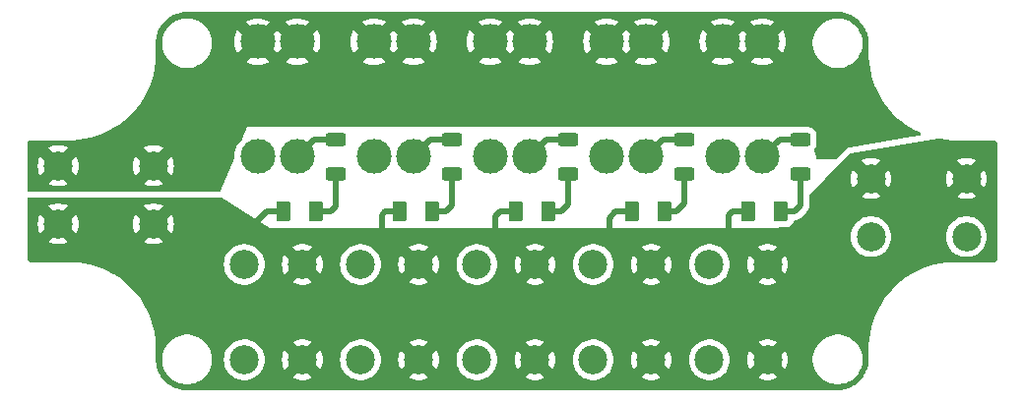
<source format=gbr>
%TF.GenerationSoftware,KiCad,Pcbnew,8.0.7-8.0.7-0~ubuntu24.04.1*%
%TF.CreationDate,2025-01-05T10:18:17-08:00*%
%TF.ProjectId,mini-pdb,6d696e69-2d70-4646-922e-6b696361645f,1.1*%
%TF.SameCoordinates,Original*%
%TF.FileFunction,Copper,L1,Top*%
%TF.FilePolarity,Positive*%
%FSLAX46Y46*%
G04 Gerber Fmt 4.6, Leading zero omitted, Abs format (unit mm)*
G04 Created by KiCad (PCBNEW 8.0.7-8.0.7-0~ubuntu24.04.1) date 2025-01-05 10:18:17*
%MOMM*%
%LPD*%
G01*
G04 APERTURE LIST*
G04 Aperture macros list*
%AMRoundRect*
0 Rectangle with rounded corners*
0 $1 Rounding radius*
0 $2 $3 $4 $5 $6 $7 $8 $9 X,Y pos of 4 corners*
0 Add a 4 corners polygon primitive as box body*
4,1,4,$2,$3,$4,$5,$6,$7,$8,$9,$2,$3,0*
0 Add four circle primitives for the rounded corners*
1,1,$1+$1,$2,$3*
1,1,$1+$1,$4,$5*
1,1,$1+$1,$6,$7*
1,1,$1+$1,$8,$9*
0 Add four rect primitives between the rounded corners*
20,1,$1+$1,$2,$3,$4,$5,0*
20,1,$1+$1,$4,$5,$6,$7,0*
20,1,$1+$1,$6,$7,$8,$9,0*
20,1,$1+$1,$8,$9,$2,$3,0*%
G04 Aperture macros list end*
%TA.AperFunction,ComponentPad*%
%ADD10C,3.000000*%
%TD*%
%TA.AperFunction,SMDPad,CuDef*%
%ADD11RoundRect,0.250000X-0.375000X-0.625000X0.375000X-0.625000X0.375000X0.625000X-0.375000X0.625000X0*%
%TD*%
%TA.AperFunction,SMDPad,CuDef*%
%ADD12RoundRect,0.250000X0.625000X-0.312500X0.625000X0.312500X-0.625000X0.312500X-0.625000X-0.312500X0*%
%TD*%
%TA.AperFunction,ComponentPad*%
%ADD13C,2.500000*%
%TD*%
%TA.AperFunction,ViaPad*%
%ADD14C,1.270000*%
%TD*%
%TA.AperFunction,Conductor*%
%ADD15C,0.508000*%
%TD*%
G04 APERTURE END LIST*
D10*
%TO.P,F5,1*%
%TO.N,/VBAT+*%
X227274920Y-112325000D03*
X223874920Y-112325000D03*
%TO.P,F5,2*%
%TO.N,/F5_OUT*%
X227274920Y-122225000D03*
X223874920Y-122225000D03*
%TD*%
%TO.P,F3,1*%
%TO.N,/VBAT+*%
X207274960Y-112325000D03*
X203874960Y-112325000D03*
%TO.P,F3,2*%
%TO.N,/F3_OUT*%
X207274960Y-122225000D03*
X203874960Y-122225000D03*
%TD*%
%TO.P,F4,1*%
%TO.N,/VBAT+*%
X217274940Y-112325000D03*
X213874940Y-112325000D03*
%TO.P,F4,2*%
%TO.N,/F4_OUT*%
X217274940Y-122225000D03*
X213874940Y-122225000D03*
%TD*%
D11*
%TO.P,D2,1,K*%
%TO.N,/VBAT-*%
X196105000Y-126950000D03*
%TO.P,D2,2,A*%
%TO.N,Net-(D2-A)*%
X198905000Y-126950000D03*
%TD*%
D12*
%TO.P,R5,1*%
%TO.N,Net-(D5-A)*%
X230574910Y-123687500D03*
%TO.P,R5,2*%
%TO.N,/F5_OUT*%
X230574910Y-120762500D03*
%TD*%
D13*
%TO.P,J2,1,Pin_1*%
%TO.N,/VBAT+*%
X236625000Y-129125000D03*
X244824999Y-129125000D03*
%TO.P,J2,2,Pin_2*%
%TO.N,/VBAT-*%
X236625000Y-124124998D03*
X244824999Y-124124998D03*
%TD*%
D12*
%TO.P,R1,1*%
%TO.N,Net-(D1-A)*%
X190574990Y-123687500D03*
%TO.P,R1,2*%
%TO.N,/F1_OUT*%
X190574990Y-120762500D03*
%TD*%
D11*
%TO.P,D3,1,K*%
%TO.N,/VBAT-*%
X206105000Y-126950000D03*
%TO.P,D3,2,A*%
%TO.N,Net-(D3-A)*%
X208905000Y-126950000D03*
%TD*%
D13*
%TO.P,J1,1,Pin_1*%
%TO.N,/VBAT+*%
X174925000Y-123025000D03*
X166725001Y-123025000D03*
%TO.P,J1,2,Pin_2*%
%TO.N,/VBAT-*%
X174925000Y-128025002D03*
X166725001Y-128025002D03*
%TD*%
D10*
%TO.P,F2,1*%
%TO.N,/VBAT+*%
X197274980Y-112325000D03*
X193874980Y-112325000D03*
%TO.P,F2,2*%
%TO.N,/F2_OUT*%
X197274980Y-122225000D03*
X193874980Y-122225000D03*
%TD*%
%TO.P,F1,1*%
%TO.N,/VBAT+*%
X187275000Y-112325000D03*
X183875000Y-112325000D03*
%TO.P,F1,2*%
%TO.N,/F1_OUT*%
X187275000Y-122225000D03*
X183875000Y-122225000D03*
%TD*%
D12*
%TO.P,R3,1*%
%TO.N,Net-(D3-A)*%
X210574950Y-123687500D03*
%TO.P,R3,2*%
%TO.N,/F3_OUT*%
X210574950Y-120762500D03*
%TD*%
D11*
%TO.P,D4,1,K*%
%TO.N,/VBAT-*%
X216105000Y-126950000D03*
%TO.P,D4,2,A*%
%TO.N,Net-(D4-A)*%
X218905000Y-126950000D03*
%TD*%
%TO.P,D1,1,K*%
%TO.N,/VBAT-*%
X186105000Y-126950000D03*
%TO.P,D1,2,A*%
%TO.N,Net-(D1-A)*%
X188905000Y-126950000D03*
%TD*%
D12*
%TO.P,R4,1*%
%TO.N,Net-(D4-A)*%
X220574930Y-123687500D03*
%TO.P,R4,2*%
%TO.N,/F4_OUT*%
X220574930Y-120762500D03*
%TD*%
D11*
%TO.P,D5,1,K*%
%TO.N,/VBAT-*%
X226105000Y-126950000D03*
%TO.P,D5,2,A*%
%TO.N,Net-(D5-A)*%
X228905000Y-126950000D03*
%TD*%
D13*
%TO.P,J3,1,Pin_1*%
%TO.N,/F1_OUT*%
X182725000Y-131525000D03*
X182725000Y-139724999D03*
%TO.P,J3,2,Pin_2*%
%TO.N,/VBAT-*%
X187725002Y-131525000D03*
X187725002Y-139724999D03*
%TO.P,J3,3,Pin_3*%
%TO.N,/F2_OUT*%
X192725003Y-131525000D03*
X192725003Y-139724999D03*
%TO.P,J3,4,Pin_4*%
%TO.N,/VBAT-*%
X197725003Y-131525000D03*
X197725003Y-139724999D03*
%TO.P,J3,5,Pin_5*%
%TO.N,/F3_OUT*%
X202725003Y-131525000D03*
X202725003Y-139724999D03*
%TO.P,J3,6,Pin_6*%
%TO.N,/VBAT-*%
X207725003Y-131525000D03*
X207725003Y-139724999D03*
%TO.P,J3,7,Pin_7*%
%TO.N,/F4_OUT*%
X212725003Y-131525000D03*
X212725003Y-139724999D03*
%TO.P,J3,8,Pin_8*%
%TO.N,/VBAT-*%
X217725003Y-131525000D03*
X217725003Y-139724999D03*
%TO.P,J3,9,Pin_9*%
%TO.N,/F5_OUT*%
X222725003Y-131525000D03*
X222725003Y-139724999D03*
%TO.P,J3,10,Pin_10*%
%TO.N,/VBAT-*%
X227725004Y-131525000D03*
X227725004Y-139724999D03*
%TD*%
D12*
%TO.P,R2,1*%
%TO.N,Net-(D2-A)*%
X200574970Y-123687500D03*
%TO.P,R2,2*%
%TO.N,/F2_OUT*%
X200574970Y-120762500D03*
%TD*%
D14*
%TO.N,/VBAT+*%
X235712000Y-120523000D03*
X236220000Y-117856000D03*
X232918000Y-121539000D03*
X238633000Y-119888000D03*
X233426000Y-118745000D03*
%TD*%
D15*
%TO.N,Net-(D1-A)*%
X190169000Y-126950000D02*
X190574990Y-126544010D01*
X190574990Y-126544010D02*
X190574990Y-123687500D01*
X188905000Y-126950000D02*
X190169000Y-126950000D01*
%TO.N,Net-(D2-A)*%
X198905000Y-126950000D02*
X200075000Y-126950000D01*
X200075000Y-126950000D02*
X200574970Y-126450030D01*
X200574970Y-126450030D02*
X200574970Y-123687500D01*
%TO.N,Net-(D3-A)*%
X209981000Y-126950000D02*
X210574950Y-126356050D01*
X210574950Y-126356050D02*
X210574950Y-123687500D01*
X208905000Y-126950000D02*
X209981000Y-126950000D01*
%TO.N,Net-(D4-A)*%
X219887000Y-126950000D02*
X220574930Y-126262070D01*
X220574930Y-126262070D02*
X220574930Y-123687500D01*
X218905000Y-126950000D02*
X219887000Y-126950000D01*
%TO.N,Net-(D5-A)*%
X230574910Y-126422090D02*
X230574910Y-123687500D01*
X230047000Y-126950000D02*
X230574910Y-126422090D01*
X228905000Y-126950000D02*
X230047000Y-126950000D01*
%TO.N,/VBAT-*%
X224409000Y-127254000D02*
X224409000Y-128651000D01*
X204343000Y-127381000D02*
X204343000Y-128905000D01*
X204343000Y-128905000D02*
X204470000Y-129032000D01*
X205232003Y-129032000D02*
X207725003Y-131525000D01*
X185232002Y-129032000D02*
X187725002Y-131525000D01*
X215232003Y-129032000D02*
X217725003Y-131525000D01*
X204774000Y-126950000D02*
X204343000Y-127381000D01*
X194564000Y-129286000D02*
X194818000Y-129540000D01*
X226105000Y-126950000D02*
X224713000Y-126950000D01*
X195740003Y-129540000D02*
X197725003Y-131525000D01*
X214122000Y-129032000D02*
X215232003Y-129032000D01*
X183896000Y-129032000D02*
X185232002Y-129032000D01*
X224713000Y-126950000D02*
X224409000Y-127254000D01*
X224409000Y-128651000D02*
X224663000Y-128905000D01*
X186105000Y-126950000D02*
X184708000Y-126950000D01*
X216105000Y-126950000D02*
X214680000Y-126950000D01*
X214680000Y-126950000D02*
X214122000Y-127508000D01*
X206105000Y-126950000D02*
X204774000Y-126950000D01*
X196105000Y-126950000D02*
X194868000Y-126950000D01*
X184708000Y-126950000D02*
X183261000Y-128397000D01*
X214122000Y-127508000D02*
X214122000Y-129032000D01*
X194564000Y-127254000D02*
X194564000Y-129286000D01*
X204470000Y-129032000D02*
X205232003Y-129032000D01*
X183261000Y-128397000D02*
X183896000Y-129032000D01*
X194868000Y-126950000D02*
X194564000Y-127254000D01*
X224663000Y-128905000D02*
X225105004Y-128905000D01*
X194818000Y-129540000D02*
X195740003Y-129540000D01*
X225105004Y-128905000D02*
X227725004Y-131525000D01*
%TO.N,/F1_OUT*%
X190574990Y-120762500D02*
X188737500Y-120762500D01*
X188737500Y-120762500D02*
X187275000Y-122225000D01*
%TO.N,/F2_OUT*%
X198737480Y-120762500D02*
X197274980Y-122225000D01*
X200574970Y-120762500D02*
X198737480Y-120762500D01*
%TO.N,/F3_OUT*%
X210574950Y-120762500D02*
X208737460Y-120762500D01*
X208737460Y-120762500D02*
X207274960Y-122225000D01*
%TO.N,/F4_OUT*%
X220574930Y-120762500D02*
X218737440Y-120762500D01*
X218737440Y-120762500D02*
X217274940Y-122225000D01*
%TO.N,/F5_OUT*%
X230574910Y-120762500D02*
X228737420Y-120762500D01*
X228737420Y-120762500D02*
X227274920Y-122225000D01*
%TD*%
%TA.AperFunction,Conductor*%
%TO.N,/VBAT+*%
G36*
X233753472Y-109775695D02*
G01*
X234042507Y-109791927D01*
X234056305Y-109793481D01*
X234338265Y-109841388D01*
X234351821Y-109844482D01*
X234626642Y-109923657D01*
X234639768Y-109928250D01*
X234903994Y-110037696D01*
X234916508Y-110043722D01*
X235166830Y-110182070D01*
X235178603Y-110189468D01*
X235411843Y-110354961D01*
X235422704Y-110363622D01*
X235635964Y-110554202D01*
X235645795Y-110564033D01*
X235741017Y-110670587D01*
X235836373Y-110777290D01*
X235845042Y-110788162D01*
X236010530Y-111021395D01*
X236017929Y-111033169D01*
X236156273Y-111283484D01*
X236162306Y-111296012D01*
X236271749Y-111560232D01*
X236276342Y-111573357D01*
X236355517Y-111848178D01*
X236358611Y-111861735D01*
X236406516Y-112143684D01*
X236408073Y-112157502D01*
X236424305Y-112446527D01*
X236424500Y-112453480D01*
X236424500Y-113641097D01*
X236462466Y-114171930D01*
X236538205Y-114698709D01*
X236651327Y-115218724D01*
X236651330Y-115218734D01*
X236668152Y-115276023D01*
X236801266Y-115729365D01*
X236930405Y-116075602D01*
X236987248Y-116228004D01*
X237208325Y-116712095D01*
X237463375Y-117179184D01*
X237751102Y-117626897D01*
X237751105Y-117626902D01*
X238070025Y-118052930D01*
X238312664Y-118332950D01*
X238418543Y-118455141D01*
X238418552Y-118455150D01*
X238418564Y-118455163D01*
X238794836Y-118831435D01*
X238794849Y-118831447D01*
X238794859Y-118831457D01*
X238943703Y-118960431D01*
X239197069Y-119179974D01*
X239623097Y-119498894D01*
X239623102Y-119498897D01*
X240070809Y-119786621D01*
X240483223Y-120011816D01*
X240537904Y-120041674D01*
X240858879Y-120188259D01*
X240911683Y-120234014D01*
X240931367Y-120301053D01*
X240911682Y-120368093D01*
X240858878Y-120413847D01*
X240827427Y-120423420D01*
X240129868Y-120537774D01*
X234781965Y-121414479D01*
X234781949Y-121414482D01*
X234764074Y-121417743D01*
X234755358Y-121419496D01*
X234737727Y-121423370D01*
X234737718Y-121423373D01*
X234603951Y-121476336D01*
X234603934Y-121476344D01*
X234543309Y-121511040D01*
X234543303Y-121511044D01*
X234429874Y-121599550D01*
X234429865Y-121599558D01*
X233823907Y-122230251D01*
X233670509Y-122389910D01*
X233609868Y-122424615D01*
X233581092Y-122428000D01*
X232000980Y-122428000D01*
X231933941Y-122408315D01*
X231888186Y-122355511D01*
X231880064Y-122331481D01*
X231790992Y-121939566D01*
X231733148Y-121685052D01*
X231737485Y-121615321D01*
X231766384Y-121569893D01*
X231792622Y-121543656D01*
X231884724Y-121394334D01*
X231939909Y-121227797D01*
X231950410Y-121125009D01*
X231950409Y-120399992D01*
X231948370Y-120380036D01*
X231939909Y-120297203D01*
X231939908Y-120297200D01*
X231885021Y-120131563D01*
X231884724Y-120130666D01*
X231792622Y-119981344D01*
X231668566Y-119857288D01*
X231519244Y-119765186D01*
X231352707Y-119710001D01*
X231352705Y-119710000D01*
X231346281Y-119707872D01*
X231347160Y-119705216D01*
X231296699Y-119677838D01*
X231276715Y-119641755D01*
X231267000Y-119634000D01*
X183007000Y-119634000D01*
X182566528Y-120691127D01*
X182539748Y-120731116D01*
X182359270Y-120911594D01*
X182359254Y-120911612D01*
X182187775Y-121140682D01*
X182187770Y-121140690D01*
X182050635Y-121391833D01*
X181950628Y-121659962D01*
X181889804Y-121939566D01*
X181869390Y-122224999D01*
X181869390Y-122225001D01*
X181875790Y-122314497D01*
X181866568Y-122371034D01*
X180709420Y-125148192D01*
X180665465Y-125202504D01*
X180599125Y-125224430D01*
X180594958Y-125224500D01*
X164199500Y-125224500D01*
X164132461Y-125204815D01*
X164086706Y-125152011D01*
X164075500Y-125100500D01*
X164075500Y-124569522D01*
X165898898Y-124569522D01*
X166083856Y-124658594D01*
X166083859Y-124658595D01*
X166334495Y-124735907D01*
X166334501Y-124735909D01*
X166593849Y-124774999D01*
X166593858Y-124775000D01*
X166856144Y-124775000D01*
X166856152Y-124774999D01*
X167115500Y-124735909D01*
X167115506Y-124735907D01*
X167366142Y-124658595D01*
X167366146Y-124658594D01*
X167551103Y-124569522D01*
X174098897Y-124569522D01*
X174283855Y-124658594D01*
X174283858Y-124658595D01*
X174534494Y-124735907D01*
X174534500Y-124735909D01*
X174793848Y-124774999D01*
X174793857Y-124775000D01*
X175056143Y-124775000D01*
X175056151Y-124774999D01*
X175315499Y-124735909D01*
X175315505Y-124735907D01*
X175566141Y-124658595D01*
X175566145Y-124658594D01*
X175751102Y-124569522D01*
X174925000Y-123743420D01*
X174098897Y-124569522D01*
X167551103Y-124569522D01*
X166725001Y-123743420D01*
X165898898Y-124569522D01*
X164075500Y-124569522D01*
X164075500Y-123024995D01*
X164970094Y-123024995D01*
X164970094Y-123025004D01*
X164989693Y-123286545D01*
X164989694Y-123286550D01*
X165048059Y-123542270D01*
X165143881Y-123786419D01*
X165143883Y-123786423D01*
X165180951Y-123850628D01*
X166006581Y-123025000D01*
X165937785Y-122956204D01*
X166026501Y-122956204D01*
X166026501Y-123093796D01*
X166053344Y-123228745D01*
X166105998Y-123355864D01*
X166182440Y-123470268D01*
X166279733Y-123567561D01*
X166394137Y-123644003D01*
X166521256Y-123696657D01*
X166656205Y-123723500D01*
X166793797Y-123723500D01*
X166928746Y-123696657D01*
X167055865Y-123644003D01*
X167170269Y-123567561D01*
X167267562Y-123470268D01*
X167344004Y-123355864D01*
X167396658Y-123228745D01*
X167423501Y-123093796D01*
X167423501Y-123024999D01*
X167443421Y-123024999D01*
X167443421Y-123025001D01*
X168269049Y-123850629D01*
X168269050Y-123850629D01*
X168306117Y-123786426D01*
X168401942Y-123542270D01*
X168460307Y-123286550D01*
X168460308Y-123286545D01*
X168479908Y-123025004D01*
X168479908Y-123024995D01*
X173170093Y-123024995D01*
X173170093Y-123025004D01*
X173189692Y-123286545D01*
X173189693Y-123286550D01*
X173248058Y-123542270D01*
X173343880Y-123786419D01*
X173343882Y-123786423D01*
X173380950Y-123850628D01*
X174206580Y-123025000D01*
X174137784Y-122956204D01*
X174226500Y-122956204D01*
X174226500Y-123093796D01*
X174253343Y-123228745D01*
X174305997Y-123355864D01*
X174382439Y-123470268D01*
X174479732Y-123567561D01*
X174594136Y-123644003D01*
X174721255Y-123696657D01*
X174856204Y-123723500D01*
X174993796Y-123723500D01*
X175128745Y-123696657D01*
X175255864Y-123644003D01*
X175370268Y-123567561D01*
X175467561Y-123470268D01*
X175544003Y-123355864D01*
X175596657Y-123228745D01*
X175623500Y-123093796D01*
X175623500Y-123024999D01*
X175643420Y-123024999D01*
X175643420Y-123025001D01*
X176469048Y-123850629D01*
X176469049Y-123850629D01*
X176506116Y-123786426D01*
X176601941Y-123542270D01*
X176660306Y-123286550D01*
X176660307Y-123286545D01*
X176679907Y-123025004D01*
X176679907Y-123024995D01*
X176660307Y-122763454D01*
X176660306Y-122763449D01*
X176601941Y-122507729D01*
X176506116Y-122263573D01*
X176506117Y-122263573D01*
X176469048Y-122199370D01*
X175643420Y-123024999D01*
X175623500Y-123024999D01*
X175623500Y-122956204D01*
X175596657Y-122821255D01*
X175544003Y-122694136D01*
X175467561Y-122579732D01*
X175370268Y-122482439D01*
X175255864Y-122405997D01*
X175128745Y-122353343D01*
X174993796Y-122326500D01*
X174856204Y-122326500D01*
X174721255Y-122353343D01*
X174594136Y-122405997D01*
X174479732Y-122482439D01*
X174382439Y-122579732D01*
X174305997Y-122694136D01*
X174253343Y-122821255D01*
X174226500Y-122956204D01*
X174137784Y-122956204D01*
X173380950Y-122199370D01*
X173343883Y-122263572D01*
X173248057Y-122507735D01*
X173189693Y-122763449D01*
X173189692Y-122763454D01*
X173170093Y-123024995D01*
X168479908Y-123024995D01*
X168460308Y-122763454D01*
X168460307Y-122763449D01*
X168401942Y-122507729D01*
X168306117Y-122263573D01*
X168306118Y-122263573D01*
X168269049Y-122199370D01*
X167443421Y-123024999D01*
X167423501Y-123024999D01*
X167423501Y-122956204D01*
X167396658Y-122821255D01*
X167344004Y-122694136D01*
X167267562Y-122579732D01*
X167170269Y-122482439D01*
X167055865Y-122405997D01*
X166928746Y-122353343D01*
X166793797Y-122326500D01*
X166656205Y-122326500D01*
X166521256Y-122353343D01*
X166394137Y-122405997D01*
X166279733Y-122482439D01*
X166182440Y-122579732D01*
X166105998Y-122694136D01*
X166053344Y-122821255D01*
X166026501Y-122956204D01*
X165937785Y-122956204D01*
X165180951Y-122199370D01*
X165143884Y-122263572D01*
X165048058Y-122507735D01*
X164989694Y-122763449D01*
X164989693Y-122763454D01*
X164970094Y-123024995D01*
X164075500Y-123024995D01*
X164075500Y-121480477D01*
X165898898Y-121480477D01*
X166725001Y-122306580D01*
X166725002Y-122306580D01*
X167551104Y-121480477D01*
X174098897Y-121480477D01*
X174925000Y-122306580D01*
X174925001Y-122306580D01*
X175751103Y-121480477D01*
X175751102Y-121480475D01*
X175566142Y-121391404D01*
X175566144Y-121391404D01*
X175315505Y-121314092D01*
X175315499Y-121314090D01*
X175056151Y-121275000D01*
X174793848Y-121275000D01*
X174534500Y-121314090D01*
X174534494Y-121314092D01*
X174283858Y-121391404D01*
X174283854Y-121391405D01*
X174098897Y-121480477D01*
X167551104Y-121480477D01*
X167551103Y-121480475D01*
X167366143Y-121391404D01*
X167366145Y-121391404D01*
X167115506Y-121314092D01*
X167115500Y-121314090D01*
X166856152Y-121275000D01*
X166593849Y-121275000D01*
X166334501Y-121314090D01*
X166334495Y-121314092D01*
X166083859Y-121391404D01*
X166083855Y-121391405D01*
X165898898Y-121480477D01*
X164075500Y-121480477D01*
X164075500Y-121128543D01*
X164077026Y-121109148D01*
X164086787Y-121047543D01*
X164098771Y-121010664D01*
X164122604Y-120963891D01*
X164145401Y-120932515D01*
X164182515Y-120895401D01*
X164213891Y-120872604D01*
X164260664Y-120848771D01*
X164297543Y-120836787D01*
X164359148Y-120827026D01*
X164378543Y-120825500D01*
X167941095Y-120825500D01*
X168471930Y-120787534D01*
X168998703Y-120711795D01*
X168998704Y-120711794D01*
X168998709Y-120711794D01*
X169518724Y-120598672D01*
X169518727Y-120598671D01*
X169518732Y-120598670D01*
X170029365Y-120448734D01*
X170528001Y-120262753D01*
X171012098Y-120041673D01*
X171479191Y-119786621D01*
X171926898Y-119498897D01*
X171929262Y-119497127D01*
X172352930Y-119179974D01*
X172370753Y-119164529D01*
X172755141Y-118831457D01*
X173131457Y-118455141D01*
X173479967Y-118052938D01*
X173479966Y-118052938D01*
X173479974Y-118052930D01*
X173798894Y-117626902D01*
X173798893Y-117626902D01*
X173798897Y-117626898D01*
X174086621Y-117179191D01*
X174341673Y-116712098D01*
X174562753Y-116228001D01*
X174748734Y-115729365D01*
X174898670Y-115218732D01*
X174898672Y-115218724D01*
X175011794Y-114698709D01*
X175028071Y-114585500D01*
X175087534Y-114171930D01*
X175125500Y-113641095D01*
X175125500Y-113375000D01*
X175125500Y-113309108D01*
X175125500Y-112453480D01*
X175125695Y-112446527D01*
X175133360Y-112310038D01*
X175664500Y-112310038D01*
X175664500Y-112589961D01*
X175664501Y-112589977D01*
X175701038Y-112867507D01*
X175773491Y-113137905D01*
X175880613Y-113396522D01*
X175880620Y-113396537D01*
X176020586Y-113638965D01*
X176190999Y-113861052D01*
X176191005Y-113861059D01*
X176388940Y-114058994D01*
X176388947Y-114059000D01*
X176611034Y-114229413D01*
X176853462Y-114369379D01*
X176853477Y-114369386D01*
X176987221Y-114424784D01*
X177112093Y-114476508D01*
X177382491Y-114548961D01*
X177660032Y-114585500D01*
X177660039Y-114585500D01*
X177939961Y-114585500D01*
X177939968Y-114585500D01*
X178217509Y-114548961D01*
X178487907Y-114476508D01*
X178746534Y-114369381D01*
X178988966Y-114229413D01*
X179211054Y-114058999D01*
X179408999Y-113861054D01*
X179579413Y-113638966D01*
X179719381Y-113396534D01*
X179826508Y-113137907D01*
X179898961Y-112867509D01*
X179935500Y-112589968D01*
X179935500Y-112324998D01*
X181869891Y-112324998D01*
X181869891Y-112325001D01*
X181890300Y-112610362D01*
X181951109Y-112889895D01*
X182051091Y-113157958D01*
X182147344Y-113334232D01*
X182147345Y-113334232D01*
X183075462Y-112406116D01*
X183105743Y-112558351D01*
X183166049Y-112703942D01*
X183253599Y-112834970D01*
X183365030Y-112946401D01*
X183496058Y-113033951D01*
X183641649Y-113094257D01*
X183793882Y-113124537D01*
X182865766Y-114052653D01*
X182865766Y-114052654D01*
X183042042Y-114148908D01*
X183042041Y-114148908D01*
X183310104Y-114248890D01*
X183589637Y-114309699D01*
X183874999Y-114330109D01*
X183875001Y-114330109D01*
X184160362Y-114309699D01*
X184439895Y-114248890D01*
X184707957Y-114148908D01*
X184884232Y-114052654D01*
X184884232Y-114052653D01*
X183956118Y-113124537D01*
X184108351Y-113094257D01*
X184253942Y-113033951D01*
X184384970Y-112946401D01*
X184496401Y-112834970D01*
X184583951Y-112703942D01*
X184644257Y-112558351D01*
X184674537Y-112406118D01*
X185574999Y-113306579D01*
X186475462Y-112406116D01*
X186505743Y-112558351D01*
X186566049Y-112703942D01*
X186653599Y-112834970D01*
X186765030Y-112946401D01*
X186896058Y-113033951D01*
X187041649Y-113094257D01*
X187193882Y-113124537D01*
X186265766Y-114052653D01*
X186265766Y-114052654D01*
X186442042Y-114148908D01*
X186442041Y-114148908D01*
X186710104Y-114248890D01*
X186989637Y-114309699D01*
X187274999Y-114330109D01*
X187275001Y-114330109D01*
X187560362Y-114309699D01*
X187839895Y-114248890D01*
X188107957Y-114148908D01*
X188284232Y-114052654D01*
X188284232Y-114052653D01*
X187356118Y-113124537D01*
X187508351Y-113094257D01*
X187653942Y-113033951D01*
X187784970Y-112946401D01*
X187896401Y-112834970D01*
X187983951Y-112703942D01*
X188044257Y-112558351D01*
X188074537Y-112406118D01*
X189002653Y-113334232D01*
X189002654Y-113334232D01*
X189098908Y-113157957D01*
X189198890Y-112889895D01*
X189259699Y-112610362D01*
X189280109Y-112325001D01*
X189280109Y-112324998D01*
X191869871Y-112324998D01*
X191869871Y-112325001D01*
X191890280Y-112610362D01*
X191951089Y-112889895D01*
X192051071Y-113157958D01*
X192147324Y-113334232D01*
X192147325Y-113334232D01*
X193075442Y-112406116D01*
X193105723Y-112558351D01*
X193166029Y-112703942D01*
X193253579Y-112834970D01*
X193365010Y-112946401D01*
X193496038Y-113033951D01*
X193641629Y-113094257D01*
X193793862Y-113124537D01*
X192865746Y-114052653D01*
X192865746Y-114052654D01*
X193042022Y-114148908D01*
X193042021Y-114148908D01*
X193310084Y-114248890D01*
X193589617Y-114309699D01*
X193874979Y-114330109D01*
X193874981Y-114330109D01*
X194160342Y-114309699D01*
X194439875Y-114248890D01*
X194707937Y-114148908D01*
X194884212Y-114052654D01*
X194884212Y-114052653D01*
X193956098Y-113124537D01*
X194108331Y-113094257D01*
X194253922Y-113033951D01*
X194384950Y-112946401D01*
X194496381Y-112834970D01*
X194583931Y-112703942D01*
X194644237Y-112558351D01*
X194674517Y-112406117D01*
X195574979Y-113306579D01*
X196475442Y-112406116D01*
X196505723Y-112558351D01*
X196566029Y-112703942D01*
X196653579Y-112834970D01*
X196765010Y-112946401D01*
X196896038Y-113033951D01*
X197041629Y-113094257D01*
X197193862Y-113124537D01*
X196265746Y-114052653D01*
X196265746Y-114052654D01*
X196442022Y-114148908D01*
X196442021Y-114148908D01*
X196710084Y-114248890D01*
X196989617Y-114309699D01*
X197274979Y-114330109D01*
X197274981Y-114330109D01*
X197560342Y-114309699D01*
X197839875Y-114248890D01*
X198107937Y-114148908D01*
X198284212Y-114052654D01*
X198284212Y-114052653D01*
X197356098Y-113124537D01*
X197508331Y-113094257D01*
X197653922Y-113033951D01*
X197784950Y-112946401D01*
X197896381Y-112834970D01*
X197983931Y-112703942D01*
X198044237Y-112558351D01*
X198074517Y-112406118D01*
X199002633Y-113334232D01*
X199002634Y-113334232D01*
X199098888Y-113157957D01*
X199198870Y-112889895D01*
X199259679Y-112610362D01*
X199280089Y-112325001D01*
X199280089Y-112324998D01*
X201869851Y-112324998D01*
X201869851Y-112325001D01*
X201890260Y-112610362D01*
X201951069Y-112889895D01*
X202051051Y-113157958D01*
X202147304Y-113334232D01*
X202147305Y-113334232D01*
X203075422Y-112406116D01*
X203105703Y-112558351D01*
X203166009Y-112703942D01*
X203253559Y-112834970D01*
X203364990Y-112946401D01*
X203496018Y-113033951D01*
X203641609Y-113094257D01*
X203793842Y-113124537D01*
X202865726Y-114052653D01*
X202865726Y-114052654D01*
X203042002Y-114148908D01*
X203042001Y-114148908D01*
X203310064Y-114248890D01*
X203589597Y-114309699D01*
X203874959Y-114330109D01*
X203874961Y-114330109D01*
X204160322Y-114309699D01*
X204439855Y-114248890D01*
X204707917Y-114148908D01*
X204884192Y-114052654D01*
X204884192Y-114052653D01*
X203956078Y-113124537D01*
X204108311Y-113094257D01*
X204253902Y-113033951D01*
X204384930Y-112946401D01*
X204496361Y-112834970D01*
X204583911Y-112703942D01*
X204644217Y-112558351D01*
X204674497Y-112406117D01*
X205574959Y-113306579D01*
X206475422Y-112406116D01*
X206505703Y-112558351D01*
X206566009Y-112703942D01*
X206653559Y-112834970D01*
X206764990Y-112946401D01*
X206896018Y-113033951D01*
X207041609Y-113094257D01*
X207193842Y-113124537D01*
X206265726Y-114052653D01*
X206265726Y-114052654D01*
X206442002Y-114148908D01*
X206442001Y-114148908D01*
X206710064Y-114248890D01*
X206989597Y-114309699D01*
X207274959Y-114330109D01*
X207274961Y-114330109D01*
X207560322Y-114309699D01*
X207839855Y-114248890D01*
X208107917Y-114148908D01*
X208284192Y-114052654D01*
X208284192Y-114052653D01*
X207356078Y-113124537D01*
X207508311Y-113094257D01*
X207653902Y-113033951D01*
X207784930Y-112946401D01*
X207896361Y-112834970D01*
X207983911Y-112703942D01*
X208044217Y-112558351D01*
X208074497Y-112406118D01*
X209002613Y-113334232D01*
X209002614Y-113334232D01*
X209098868Y-113157957D01*
X209198850Y-112889895D01*
X209259659Y-112610362D01*
X209280069Y-112325001D01*
X209280069Y-112324998D01*
X211869831Y-112324998D01*
X211869831Y-112325001D01*
X211890240Y-112610362D01*
X211951049Y-112889895D01*
X212051031Y-113157958D01*
X212147284Y-113334232D01*
X212147285Y-113334232D01*
X213075402Y-112406116D01*
X213105683Y-112558351D01*
X213165989Y-112703942D01*
X213253539Y-112834970D01*
X213364970Y-112946401D01*
X213495998Y-113033951D01*
X213641589Y-113094257D01*
X213793822Y-113124537D01*
X212865706Y-114052653D01*
X212865706Y-114052654D01*
X213041982Y-114148908D01*
X213041981Y-114148908D01*
X213310044Y-114248890D01*
X213589577Y-114309699D01*
X213874939Y-114330109D01*
X213874941Y-114330109D01*
X214160302Y-114309699D01*
X214439835Y-114248890D01*
X214707897Y-114148908D01*
X214884172Y-114052654D01*
X214884172Y-114052653D01*
X213956058Y-113124537D01*
X214108291Y-113094257D01*
X214253882Y-113033951D01*
X214384910Y-112946401D01*
X214496341Y-112834970D01*
X214583891Y-112703942D01*
X214644197Y-112558351D01*
X214674477Y-112406118D01*
X215574939Y-113306579D01*
X216475402Y-112406116D01*
X216505683Y-112558351D01*
X216565989Y-112703942D01*
X216653539Y-112834970D01*
X216764970Y-112946401D01*
X216895998Y-113033951D01*
X217041589Y-113094257D01*
X217193822Y-113124537D01*
X216265706Y-114052653D01*
X216265706Y-114052654D01*
X216441982Y-114148908D01*
X216441981Y-114148908D01*
X216710044Y-114248890D01*
X216989577Y-114309699D01*
X217274939Y-114330109D01*
X217274941Y-114330109D01*
X217560302Y-114309699D01*
X217839835Y-114248890D01*
X218107897Y-114148908D01*
X218284172Y-114052654D01*
X218284172Y-114052653D01*
X217356058Y-113124537D01*
X217508291Y-113094257D01*
X217653882Y-113033951D01*
X217784910Y-112946401D01*
X217896341Y-112834970D01*
X217983891Y-112703942D01*
X218044197Y-112558351D01*
X218074477Y-112406118D01*
X219002593Y-113334232D01*
X219002594Y-113334232D01*
X219098848Y-113157957D01*
X219198830Y-112889895D01*
X219259639Y-112610362D01*
X219280049Y-112325001D01*
X219280049Y-112324998D01*
X221869811Y-112324998D01*
X221869811Y-112325001D01*
X221890220Y-112610362D01*
X221951029Y-112889895D01*
X222051011Y-113157958D01*
X222147264Y-113334232D01*
X222147265Y-113334232D01*
X223075382Y-112406116D01*
X223105663Y-112558351D01*
X223165969Y-112703942D01*
X223253519Y-112834970D01*
X223364950Y-112946401D01*
X223495978Y-113033951D01*
X223641569Y-113094257D01*
X223793802Y-113124537D01*
X222865686Y-114052653D01*
X222865686Y-114052654D01*
X223041962Y-114148908D01*
X223041961Y-114148908D01*
X223310024Y-114248890D01*
X223589557Y-114309699D01*
X223874919Y-114330109D01*
X223874921Y-114330109D01*
X224160282Y-114309699D01*
X224439815Y-114248890D01*
X224707877Y-114148908D01*
X224884152Y-114052654D01*
X224884152Y-114052653D01*
X223956038Y-113124537D01*
X224108271Y-113094257D01*
X224253862Y-113033951D01*
X224384890Y-112946401D01*
X224496321Y-112834970D01*
X224583871Y-112703942D01*
X224644177Y-112558351D01*
X224674457Y-112406117D01*
X225574919Y-113306579D01*
X226475382Y-112406116D01*
X226505663Y-112558351D01*
X226565969Y-112703942D01*
X226653519Y-112834970D01*
X226764950Y-112946401D01*
X226895978Y-113033951D01*
X227041569Y-113094257D01*
X227193802Y-113124537D01*
X226265686Y-114052653D01*
X226265686Y-114052654D01*
X226441962Y-114148908D01*
X226441961Y-114148908D01*
X226710024Y-114248890D01*
X226989557Y-114309699D01*
X227274919Y-114330109D01*
X227274921Y-114330109D01*
X227560282Y-114309699D01*
X227839815Y-114248890D01*
X228107877Y-114148908D01*
X228284152Y-114052654D01*
X228284152Y-114052653D01*
X227356038Y-113124537D01*
X227508271Y-113094257D01*
X227653862Y-113033951D01*
X227784890Y-112946401D01*
X227896321Y-112834970D01*
X227983871Y-112703942D01*
X228044177Y-112558351D01*
X228074457Y-112406117D01*
X229002573Y-113334232D01*
X229002574Y-113334232D01*
X229098828Y-113157957D01*
X229198810Y-112889895D01*
X229259619Y-112610362D01*
X229280029Y-112325001D01*
X229280029Y-112324998D01*
X229278959Y-112310038D01*
X231614500Y-112310038D01*
X231614500Y-112589961D01*
X231614501Y-112589977D01*
X231651038Y-112867507D01*
X231723491Y-113137905D01*
X231830613Y-113396522D01*
X231830620Y-113396537D01*
X231970586Y-113638965D01*
X232140999Y-113861052D01*
X232141005Y-113861059D01*
X232338940Y-114058994D01*
X232338947Y-114059000D01*
X232561034Y-114229413D01*
X232803462Y-114369379D01*
X232803477Y-114369386D01*
X232937221Y-114424784D01*
X233062093Y-114476508D01*
X233332491Y-114548961D01*
X233610032Y-114585500D01*
X233610039Y-114585500D01*
X233889961Y-114585500D01*
X233889968Y-114585500D01*
X234167509Y-114548961D01*
X234437907Y-114476508D01*
X234696534Y-114369381D01*
X234938966Y-114229413D01*
X235161054Y-114058999D01*
X235358999Y-113861054D01*
X235529413Y-113638966D01*
X235669381Y-113396534D01*
X235776508Y-113137907D01*
X235848961Y-112867509D01*
X235885500Y-112589968D01*
X235885500Y-112310032D01*
X235848961Y-112032491D01*
X235776508Y-111762093D01*
X235724784Y-111637221D01*
X235669386Y-111503477D01*
X235669379Y-111503462D01*
X235529413Y-111261034D01*
X235359000Y-111038947D01*
X235358994Y-111038940D01*
X235161059Y-110841005D01*
X235161052Y-110840999D01*
X234938965Y-110670586D01*
X234696537Y-110530620D01*
X234696522Y-110530613D01*
X234437905Y-110423491D01*
X234167507Y-110351038D01*
X233889977Y-110314501D01*
X233889974Y-110314500D01*
X233889968Y-110314500D01*
X233610032Y-110314500D01*
X233610026Y-110314500D01*
X233610022Y-110314501D01*
X233332492Y-110351038D01*
X233062094Y-110423491D01*
X232803477Y-110530613D01*
X232803462Y-110530620D01*
X232561034Y-110670586D01*
X232338947Y-110840999D01*
X232338940Y-110841005D01*
X232141005Y-111038940D01*
X232140999Y-111038947D01*
X231970586Y-111261034D01*
X231830620Y-111503462D01*
X231830613Y-111503477D01*
X231723491Y-111762094D01*
X231651038Y-112032492D01*
X231614501Y-112310022D01*
X231614500Y-112310038D01*
X229278959Y-112310038D01*
X229259619Y-112039637D01*
X229198810Y-111760104D01*
X229098828Y-111492042D01*
X229002573Y-111315766D01*
X228074457Y-112243882D01*
X228044177Y-112091649D01*
X227983871Y-111946058D01*
X227896321Y-111815030D01*
X227784890Y-111703599D01*
X227653862Y-111616049D01*
X227508271Y-111555743D01*
X227356037Y-111525462D01*
X228284152Y-110597345D01*
X228284152Y-110597344D01*
X228107878Y-110501091D01*
X227839815Y-110401109D01*
X227560282Y-110340300D01*
X227274921Y-110319891D01*
X227274919Y-110319891D01*
X226989557Y-110340300D01*
X226710024Y-110401109D01*
X226441967Y-110501089D01*
X226265686Y-110597344D01*
X226265686Y-110597345D01*
X227193803Y-111525462D01*
X227041569Y-111555743D01*
X226895978Y-111616049D01*
X226764950Y-111703599D01*
X226653519Y-111815030D01*
X226565969Y-111946058D01*
X226505663Y-112091649D01*
X226475382Y-112243882D01*
X225574921Y-111343420D01*
X225574920Y-111343420D01*
X224674457Y-112243882D01*
X224644177Y-112091649D01*
X224583871Y-111946058D01*
X224496321Y-111815030D01*
X224384890Y-111703599D01*
X224253862Y-111616049D01*
X224108271Y-111555743D01*
X223956037Y-111525462D01*
X224884152Y-110597345D01*
X224884152Y-110597344D01*
X224707878Y-110501091D01*
X224439815Y-110401109D01*
X224160282Y-110340300D01*
X223874921Y-110319891D01*
X223874919Y-110319891D01*
X223589557Y-110340300D01*
X223310024Y-110401109D01*
X223041967Y-110501089D01*
X222865686Y-110597344D01*
X222865686Y-110597345D01*
X223793803Y-111525462D01*
X223641569Y-111555743D01*
X223495978Y-111616049D01*
X223364950Y-111703599D01*
X223253519Y-111815030D01*
X223165969Y-111946058D01*
X223105663Y-112091649D01*
X223075382Y-112243883D01*
X222147265Y-111315766D01*
X222147264Y-111315766D01*
X222051009Y-111492047D01*
X221951029Y-111760104D01*
X221890220Y-112039637D01*
X221869811Y-112324998D01*
X219280049Y-112324998D01*
X219259639Y-112039637D01*
X219198830Y-111760104D01*
X219098848Y-111492042D01*
X219002593Y-111315766D01*
X218074477Y-112243881D01*
X218044197Y-112091649D01*
X217983891Y-111946058D01*
X217896341Y-111815030D01*
X217784910Y-111703599D01*
X217653882Y-111616049D01*
X217508291Y-111555743D01*
X217356057Y-111525462D01*
X218284172Y-110597345D01*
X218284172Y-110597344D01*
X218107898Y-110501091D01*
X217839835Y-110401109D01*
X217560302Y-110340300D01*
X217274941Y-110319891D01*
X217274939Y-110319891D01*
X216989577Y-110340300D01*
X216710044Y-110401109D01*
X216441987Y-110501089D01*
X216265706Y-110597344D01*
X216265706Y-110597345D01*
X217193823Y-111525462D01*
X217041589Y-111555743D01*
X216895998Y-111616049D01*
X216764970Y-111703599D01*
X216653539Y-111815030D01*
X216565989Y-111946058D01*
X216505683Y-112091649D01*
X216475402Y-112243882D01*
X215574941Y-111343420D01*
X215574940Y-111343420D01*
X214674477Y-112243881D01*
X214644197Y-112091649D01*
X214583891Y-111946058D01*
X214496341Y-111815030D01*
X214384910Y-111703599D01*
X214253882Y-111616049D01*
X214108291Y-111555743D01*
X213956057Y-111525462D01*
X214884172Y-110597345D01*
X214884172Y-110597344D01*
X214707898Y-110501091D01*
X214439835Y-110401109D01*
X214160302Y-110340300D01*
X213874941Y-110319891D01*
X213874939Y-110319891D01*
X213589577Y-110340300D01*
X213310044Y-110401109D01*
X213041987Y-110501089D01*
X212865706Y-110597344D01*
X212865706Y-110597345D01*
X213793823Y-111525462D01*
X213641589Y-111555743D01*
X213495998Y-111616049D01*
X213364970Y-111703599D01*
X213253539Y-111815030D01*
X213165989Y-111946058D01*
X213105683Y-112091649D01*
X213075402Y-112243882D01*
X212147285Y-111315766D01*
X212147284Y-111315766D01*
X212051029Y-111492047D01*
X211951049Y-111760104D01*
X211890240Y-112039637D01*
X211869831Y-112324998D01*
X209280069Y-112324998D01*
X209259659Y-112039637D01*
X209198850Y-111760104D01*
X209098868Y-111492042D01*
X209002613Y-111315766D01*
X208074497Y-112243881D01*
X208044217Y-112091649D01*
X207983911Y-111946058D01*
X207896361Y-111815030D01*
X207784930Y-111703599D01*
X207653902Y-111616049D01*
X207508311Y-111555743D01*
X207356077Y-111525462D01*
X208284192Y-110597345D01*
X208284192Y-110597344D01*
X208107918Y-110501091D01*
X207839855Y-110401109D01*
X207560322Y-110340300D01*
X207274961Y-110319891D01*
X207274959Y-110319891D01*
X206989597Y-110340300D01*
X206710064Y-110401109D01*
X206442007Y-110501089D01*
X206265726Y-110597344D01*
X206265726Y-110597345D01*
X207193843Y-111525462D01*
X207041609Y-111555743D01*
X206896018Y-111616049D01*
X206764990Y-111703599D01*
X206653559Y-111815030D01*
X206566009Y-111946058D01*
X206505703Y-112091649D01*
X206475422Y-112243882D01*
X205574961Y-111343420D01*
X205574960Y-111343420D01*
X204674497Y-112243882D01*
X204644217Y-112091649D01*
X204583911Y-111946058D01*
X204496361Y-111815030D01*
X204384930Y-111703599D01*
X204253902Y-111616049D01*
X204108311Y-111555743D01*
X203956077Y-111525462D01*
X204884192Y-110597345D01*
X204884192Y-110597344D01*
X204707918Y-110501091D01*
X204439855Y-110401109D01*
X204160322Y-110340300D01*
X203874961Y-110319891D01*
X203874959Y-110319891D01*
X203589597Y-110340300D01*
X203310064Y-110401109D01*
X203042007Y-110501089D01*
X202865726Y-110597344D01*
X202865726Y-110597345D01*
X203793843Y-111525462D01*
X203641609Y-111555743D01*
X203496018Y-111616049D01*
X203364990Y-111703599D01*
X203253559Y-111815030D01*
X203166009Y-111946058D01*
X203105703Y-112091649D01*
X203075422Y-112243883D01*
X202147305Y-111315766D01*
X202147304Y-111315766D01*
X202051049Y-111492047D01*
X201951069Y-111760104D01*
X201890260Y-112039637D01*
X201869851Y-112324998D01*
X199280089Y-112324998D01*
X199259679Y-112039637D01*
X199198870Y-111760104D01*
X199098888Y-111492042D01*
X199002633Y-111315766D01*
X198074517Y-112243881D01*
X198044237Y-112091649D01*
X197983931Y-111946058D01*
X197896381Y-111815030D01*
X197784950Y-111703599D01*
X197653922Y-111616049D01*
X197508331Y-111555743D01*
X197356097Y-111525462D01*
X198284212Y-110597345D01*
X198284212Y-110597344D01*
X198107938Y-110501091D01*
X197839875Y-110401109D01*
X197560342Y-110340300D01*
X197274981Y-110319891D01*
X197274979Y-110319891D01*
X196989617Y-110340300D01*
X196710084Y-110401109D01*
X196442027Y-110501089D01*
X196265746Y-110597344D01*
X196265746Y-110597345D01*
X197193863Y-111525462D01*
X197041629Y-111555743D01*
X196896038Y-111616049D01*
X196765010Y-111703599D01*
X196653579Y-111815030D01*
X196566029Y-111946058D01*
X196505723Y-112091649D01*
X196475442Y-112243882D01*
X195574981Y-111343420D01*
X195574980Y-111343420D01*
X194674517Y-112243882D01*
X194644237Y-112091649D01*
X194583931Y-111946058D01*
X194496381Y-111815030D01*
X194384950Y-111703599D01*
X194253922Y-111616049D01*
X194108331Y-111555743D01*
X193956097Y-111525462D01*
X194884212Y-110597345D01*
X194884212Y-110597344D01*
X194707938Y-110501091D01*
X194439875Y-110401109D01*
X194160342Y-110340300D01*
X193874981Y-110319891D01*
X193874979Y-110319891D01*
X193589617Y-110340300D01*
X193310084Y-110401109D01*
X193042027Y-110501089D01*
X192865746Y-110597344D01*
X192865746Y-110597345D01*
X193793863Y-111525462D01*
X193641629Y-111555743D01*
X193496038Y-111616049D01*
X193365010Y-111703599D01*
X193253579Y-111815030D01*
X193166029Y-111946058D01*
X193105723Y-112091649D01*
X193075442Y-112243882D01*
X192147325Y-111315766D01*
X192147324Y-111315766D01*
X192051069Y-111492047D01*
X191951089Y-111760104D01*
X191890280Y-112039637D01*
X191869871Y-112324998D01*
X189280109Y-112324998D01*
X189259699Y-112039637D01*
X189198890Y-111760104D01*
X189098908Y-111492042D01*
X189002653Y-111315766D01*
X188074537Y-112243881D01*
X188044257Y-112091649D01*
X187983951Y-111946058D01*
X187896401Y-111815030D01*
X187784970Y-111703599D01*
X187653942Y-111616049D01*
X187508351Y-111555743D01*
X187356117Y-111525462D01*
X188284232Y-110597345D01*
X188284232Y-110597344D01*
X188107958Y-110501091D01*
X187839895Y-110401109D01*
X187560362Y-110340300D01*
X187275001Y-110319891D01*
X187274999Y-110319891D01*
X186989637Y-110340300D01*
X186710104Y-110401109D01*
X186442047Y-110501089D01*
X186265766Y-110597344D01*
X186265766Y-110597345D01*
X187193883Y-111525462D01*
X187041649Y-111555743D01*
X186896058Y-111616049D01*
X186765030Y-111703599D01*
X186653599Y-111815030D01*
X186566049Y-111946058D01*
X186505743Y-112091649D01*
X186475462Y-112243882D01*
X185575001Y-111343420D01*
X185575000Y-111343420D01*
X184674537Y-112243881D01*
X184644257Y-112091649D01*
X184583951Y-111946058D01*
X184496401Y-111815030D01*
X184384970Y-111703599D01*
X184253942Y-111616049D01*
X184108351Y-111555743D01*
X183956117Y-111525462D01*
X184884232Y-110597345D01*
X184884232Y-110597344D01*
X184707958Y-110501091D01*
X184439895Y-110401109D01*
X184160362Y-110340300D01*
X183875001Y-110319891D01*
X183874999Y-110319891D01*
X183589637Y-110340300D01*
X183310104Y-110401109D01*
X183042047Y-110501089D01*
X182865766Y-110597344D01*
X182865766Y-110597345D01*
X183793883Y-111525462D01*
X183641649Y-111555743D01*
X183496058Y-111616049D01*
X183365030Y-111703599D01*
X183253599Y-111815030D01*
X183166049Y-111946058D01*
X183105743Y-112091649D01*
X183075462Y-112243883D01*
X182147345Y-111315766D01*
X182147344Y-111315766D01*
X182051089Y-111492047D01*
X181951109Y-111760104D01*
X181890300Y-112039637D01*
X181869891Y-112324998D01*
X179935500Y-112324998D01*
X179935500Y-112310032D01*
X179898961Y-112032491D01*
X179826508Y-111762093D01*
X179774784Y-111637221D01*
X179719386Y-111503477D01*
X179719379Y-111503462D01*
X179579413Y-111261034D01*
X179409000Y-111038947D01*
X179408994Y-111038940D01*
X179211059Y-110841005D01*
X179211052Y-110840999D01*
X178988965Y-110670586D01*
X178746537Y-110530620D01*
X178746522Y-110530613D01*
X178487905Y-110423491D01*
X178217507Y-110351038D01*
X177939977Y-110314501D01*
X177939974Y-110314500D01*
X177939968Y-110314500D01*
X177660032Y-110314500D01*
X177660026Y-110314500D01*
X177660022Y-110314501D01*
X177382492Y-110351038D01*
X177112094Y-110423491D01*
X176853477Y-110530613D01*
X176853462Y-110530620D01*
X176611034Y-110670586D01*
X176388947Y-110840999D01*
X176388940Y-110841005D01*
X176191005Y-111038940D01*
X176190999Y-111038947D01*
X176020586Y-111261034D01*
X175880620Y-111503462D01*
X175880613Y-111503477D01*
X175773491Y-111762094D01*
X175701038Y-112032492D01*
X175664501Y-112310022D01*
X175664500Y-112310038D01*
X175133360Y-112310038D01*
X175141927Y-112157490D01*
X175143481Y-112143696D01*
X175191389Y-111861730D01*
X175194482Y-111848178D01*
X175273657Y-111573357D01*
X175278250Y-111560232D01*
X175387699Y-111295997D01*
X175393719Y-111283498D01*
X175532076Y-111033159D01*
X175539463Y-111021404D01*
X175704968Y-110788147D01*
X175713614Y-110777304D01*
X175904212Y-110564024D01*
X175914024Y-110554212D01*
X176127304Y-110363614D01*
X176138147Y-110354968D01*
X176371404Y-110189463D01*
X176383159Y-110182076D01*
X176633498Y-110043719D01*
X176645997Y-110037699D01*
X176910236Y-109928248D01*
X176923353Y-109923658D01*
X177198184Y-109844480D01*
X177211730Y-109841389D01*
X177493696Y-109793481D01*
X177507490Y-109791927D01*
X177796528Y-109775695D01*
X177803481Y-109775500D01*
X177865892Y-109775500D01*
X233684108Y-109775500D01*
X233746519Y-109775500D01*
X233753472Y-109775695D01*
G37*
%TD.AperFunction*%
%TD*%
%TA.AperFunction,Conductor*%
%TO.N,/VBAT-*%
G36*
X242420435Y-120683327D02*
G01*
X242551297Y-120711795D01*
X243078070Y-120787534D01*
X243608905Y-120825500D01*
X243809108Y-120825500D01*
X247115308Y-120825500D01*
X247171443Y-120825500D01*
X247190829Y-120827025D01*
X247252441Y-120836783D01*
X247289330Y-120848769D01*
X247336100Y-120872599D01*
X247367485Y-120895403D01*
X247404596Y-120932514D01*
X247427400Y-120963900D01*
X247451229Y-121010667D01*
X247463217Y-121047563D01*
X247472973Y-121109157D01*
X247474500Y-121128556D01*
X247474500Y-131021443D01*
X247472973Y-131040842D01*
X247463217Y-131102436D01*
X247451229Y-131139332D01*
X247427400Y-131186099D01*
X247404596Y-131217485D01*
X247367485Y-131254596D01*
X247336099Y-131277400D01*
X247289332Y-131301229D01*
X247252436Y-131313217D01*
X247203886Y-131320906D01*
X247190840Y-131322973D01*
X247171443Y-131324500D01*
X243608902Y-131324500D01*
X243078069Y-131362466D01*
X242551290Y-131438205D01*
X242031275Y-131551327D01*
X242031265Y-131551330D01*
X241520651Y-131701261D01*
X241520643Y-131701263D01*
X241520635Y-131701266D01*
X241520626Y-131701269D01*
X241520624Y-131701270D01*
X241021995Y-131887248D01*
X240537904Y-132108325D01*
X240070815Y-132363375D01*
X239623102Y-132651102D01*
X239623097Y-132651105D01*
X239197069Y-132970025D01*
X238794862Y-133318540D01*
X238794836Y-133318564D01*
X238418564Y-133694836D01*
X238418540Y-133694862D01*
X238070025Y-134097069D01*
X237751105Y-134523097D01*
X237751102Y-134523102D01*
X237463375Y-134970815D01*
X237208325Y-135437904D01*
X236987248Y-135921995D01*
X236801270Y-136420624D01*
X236801261Y-136420651D01*
X236651330Y-136931265D01*
X236651327Y-136931275D01*
X236538205Y-137451290D01*
X236462466Y-137978069D01*
X236424500Y-138508902D01*
X236424500Y-139696519D01*
X236424305Y-139703472D01*
X236408073Y-139992497D01*
X236406516Y-140006315D01*
X236358611Y-140288264D01*
X236355517Y-140301821D01*
X236276342Y-140576642D01*
X236271749Y-140589767D01*
X236162306Y-140853987D01*
X236156273Y-140866515D01*
X236017929Y-141116830D01*
X236010530Y-141128604D01*
X235845042Y-141361837D01*
X235836373Y-141372709D01*
X235645797Y-141585964D01*
X235635964Y-141595797D01*
X235422709Y-141786373D01*
X235411837Y-141795042D01*
X235178604Y-141960530D01*
X235166830Y-141967929D01*
X234916515Y-142106273D01*
X234903987Y-142112306D01*
X234639767Y-142221749D01*
X234626642Y-142226342D01*
X234351821Y-142305517D01*
X234338264Y-142308611D01*
X234056315Y-142356516D01*
X234042497Y-142358073D01*
X233753472Y-142374305D01*
X233746519Y-142374500D01*
X177803481Y-142374500D01*
X177796528Y-142374305D01*
X177507502Y-142358073D01*
X177493684Y-142356516D01*
X177211735Y-142308611D01*
X177198178Y-142305517D01*
X176923357Y-142226342D01*
X176910232Y-142221749D01*
X176646012Y-142112306D01*
X176633484Y-142106273D01*
X176383169Y-141967929D01*
X176371395Y-141960530D01*
X176195179Y-141835498D01*
X176138159Y-141795039D01*
X176127290Y-141786373D01*
X175940423Y-141619379D01*
X175914033Y-141595795D01*
X175904202Y-141585964D01*
X175713622Y-141372704D01*
X175704961Y-141361843D01*
X175539468Y-141128603D01*
X175532070Y-141116830D01*
X175393722Y-140866508D01*
X175387696Y-140853994D01*
X175278250Y-140589767D01*
X175273657Y-140576642D01*
X175194482Y-140301821D01*
X175191388Y-140288264D01*
X175183573Y-140242269D01*
X175143481Y-140006305D01*
X175141927Y-139992507D01*
X175125695Y-139703472D01*
X175125500Y-139696519D01*
X175125500Y-139560038D01*
X175664500Y-139560038D01*
X175664500Y-139839961D01*
X175664501Y-139839977D01*
X175701038Y-140117507D01*
X175773491Y-140387905D01*
X175880613Y-140646522D01*
X175880620Y-140646537D01*
X176020586Y-140888965D01*
X176190999Y-141111052D01*
X176191005Y-141111059D01*
X176388940Y-141308994D01*
X176388947Y-141309000D01*
X176611034Y-141479413D01*
X176853462Y-141619379D01*
X176853477Y-141619386D01*
X176987221Y-141674784D01*
X177112093Y-141726508D01*
X177382491Y-141798961D01*
X177660032Y-141835500D01*
X177660039Y-141835500D01*
X177939961Y-141835500D01*
X177939968Y-141835500D01*
X178217509Y-141798961D01*
X178487907Y-141726508D01*
X178746534Y-141619381D01*
X178988966Y-141479413D01*
X179211054Y-141308999D01*
X179408999Y-141111054D01*
X179579413Y-140888966D01*
X179719381Y-140646534D01*
X179826508Y-140387907D01*
X179898961Y-140117509D01*
X179935500Y-139839968D01*
X179935500Y-139724994D01*
X180969592Y-139724994D01*
X180969592Y-139725003D01*
X180989196Y-139986619D01*
X180989197Y-139986624D01*
X181047576Y-140242401D01*
X181047578Y-140242410D01*
X181047580Y-140242415D01*
X181143432Y-140486642D01*
X181274614Y-140713856D01*
X181386365Y-140853987D01*
X181438198Y-140918984D01*
X181619753Y-141087440D01*
X181630521Y-141097432D01*
X181847296Y-141245227D01*
X181847301Y-141245229D01*
X181847302Y-141245230D01*
X181847303Y-141245231D01*
X181972843Y-141305687D01*
X182083673Y-141359060D01*
X182083674Y-141359060D01*
X182083677Y-141359062D01*
X182334385Y-141436395D01*
X182593818Y-141475499D01*
X182856182Y-141475499D01*
X183115615Y-141436395D01*
X183366323Y-141359062D01*
X183552257Y-141269521D01*
X186898899Y-141269521D01*
X187083857Y-141358593D01*
X187083860Y-141358594D01*
X187334496Y-141435906D01*
X187334502Y-141435908D01*
X187593850Y-141474998D01*
X187593859Y-141474999D01*
X187856145Y-141474999D01*
X187856153Y-141474998D01*
X188115501Y-141435908D01*
X188115507Y-141435906D01*
X188366143Y-141358594D01*
X188366147Y-141358593D01*
X188551104Y-141269521D01*
X187725002Y-140443419D01*
X186898899Y-141269521D01*
X183552257Y-141269521D01*
X183602704Y-141245227D01*
X183819479Y-141097432D01*
X184011805Y-140918980D01*
X184175386Y-140713856D01*
X184306568Y-140486642D01*
X184402420Y-140242415D01*
X184460802Y-139986629D01*
X184460808Y-139986549D01*
X184480408Y-139725003D01*
X184480408Y-139724994D01*
X185970095Y-139724994D01*
X185970095Y-139725003D01*
X185989694Y-139986544D01*
X185989695Y-139986549D01*
X186048060Y-140242269D01*
X186143882Y-140486418D01*
X186143884Y-140486422D01*
X186180952Y-140550627D01*
X187006582Y-139724999D01*
X186937786Y-139656203D01*
X187026502Y-139656203D01*
X187026502Y-139793795D01*
X187053345Y-139928744D01*
X187105999Y-140055863D01*
X187182441Y-140170267D01*
X187279734Y-140267560D01*
X187394138Y-140344002D01*
X187521257Y-140396656D01*
X187656206Y-140423499D01*
X187793798Y-140423499D01*
X187928747Y-140396656D01*
X188055866Y-140344002D01*
X188170270Y-140267560D01*
X188267563Y-140170267D01*
X188344005Y-140055863D01*
X188396659Y-139928744D01*
X188423502Y-139793795D01*
X188423502Y-139724998D01*
X188443422Y-139724998D01*
X188443422Y-139724999D01*
X189269050Y-140550628D01*
X189269051Y-140550628D01*
X189306118Y-140486425D01*
X189401943Y-140242269D01*
X189460308Y-139986549D01*
X189460309Y-139986544D01*
X189479909Y-139725003D01*
X189479909Y-139724994D01*
X190969595Y-139724994D01*
X190969595Y-139725003D01*
X190989199Y-139986619D01*
X190989200Y-139986624D01*
X191047579Y-140242401D01*
X191047581Y-140242410D01*
X191047583Y-140242415D01*
X191143435Y-140486642D01*
X191274617Y-140713856D01*
X191386368Y-140853987D01*
X191438201Y-140918984D01*
X191619756Y-141087440D01*
X191630524Y-141097432D01*
X191847299Y-141245227D01*
X191847304Y-141245229D01*
X191847305Y-141245230D01*
X191847306Y-141245231D01*
X191972846Y-141305687D01*
X192083676Y-141359060D01*
X192083677Y-141359060D01*
X192083680Y-141359062D01*
X192334388Y-141436395D01*
X192593821Y-141475499D01*
X192856185Y-141475499D01*
X193115618Y-141436395D01*
X193366326Y-141359062D01*
X193552260Y-141269521D01*
X196898900Y-141269521D01*
X197083858Y-141358593D01*
X197083861Y-141358594D01*
X197334497Y-141435906D01*
X197334503Y-141435908D01*
X197593851Y-141474998D01*
X197593860Y-141474999D01*
X197856146Y-141474999D01*
X197856154Y-141474998D01*
X198115502Y-141435908D01*
X198115508Y-141435906D01*
X198366144Y-141358594D01*
X198366148Y-141358593D01*
X198551105Y-141269521D01*
X197725003Y-140443419D01*
X196898900Y-141269521D01*
X193552260Y-141269521D01*
X193602707Y-141245227D01*
X193819482Y-141097432D01*
X194011808Y-140918980D01*
X194175389Y-140713856D01*
X194306571Y-140486642D01*
X194402423Y-140242415D01*
X194460805Y-139986629D01*
X194460811Y-139986549D01*
X194480411Y-139725003D01*
X194480411Y-139724994D01*
X195970096Y-139724994D01*
X195970096Y-139725003D01*
X195989695Y-139986544D01*
X195989696Y-139986549D01*
X196048061Y-140242269D01*
X196143883Y-140486418D01*
X196143885Y-140486422D01*
X196180953Y-140550627D01*
X197006583Y-139724999D01*
X196937787Y-139656203D01*
X197026503Y-139656203D01*
X197026503Y-139793795D01*
X197053346Y-139928744D01*
X197106000Y-140055863D01*
X197182442Y-140170267D01*
X197279735Y-140267560D01*
X197394139Y-140344002D01*
X197521258Y-140396656D01*
X197656207Y-140423499D01*
X197793799Y-140423499D01*
X197928748Y-140396656D01*
X198055867Y-140344002D01*
X198170271Y-140267560D01*
X198267564Y-140170267D01*
X198344006Y-140055863D01*
X198396660Y-139928744D01*
X198423503Y-139793795D01*
X198423503Y-139724998D01*
X198443423Y-139724998D01*
X198443423Y-139724999D01*
X199269051Y-140550628D01*
X199269052Y-140550628D01*
X199306119Y-140486425D01*
X199401944Y-140242269D01*
X199460309Y-139986549D01*
X199460310Y-139986544D01*
X199479910Y-139725003D01*
X199479910Y-139724994D01*
X200969595Y-139724994D01*
X200969595Y-139725003D01*
X200989199Y-139986619D01*
X200989200Y-139986624D01*
X201047579Y-140242401D01*
X201047581Y-140242410D01*
X201047583Y-140242415D01*
X201143435Y-140486642D01*
X201274617Y-140713856D01*
X201386368Y-140853987D01*
X201438201Y-140918984D01*
X201619756Y-141087440D01*
X201630524Y-141097432D01*
X201847299Y-141245227D01*
X201847304Y-141245229D01*
X201847305Y-141245230D01*
X201847306Y-141245231D01*
X201972846Y-141305687D01*
X202083676Y-141359060D01*
X202083677Y-141359060D01*
X202083680Y-141359062D01*
X202334388Y-141436395D01*
X202593821Y-141475499D01*
X202856185Y-141475499D01*
X203115618Y-141436395D01*
X203366326Y-141359062D01*
X203552260Y-141269521D01*
X206898900Y-141269521D01*
X207083858Y-141358593D01*
X207083861Y-141358594D01*
X207334497Y-141435906D01*
X207334503Y-141435908D01*
X207593851Y-141474998D01*
X207593860Y-141474999D01*
X207856146Y-141474999D01*
X207856154Y-141474998D01*
X208115502Y-141435908D01*
X208115508Y-141435906D01*
X208366144Y-141358594D01*
X208366148Y-141358593D01*
X208551105Y-141269521D01*
X207725003Y-140443419D01*
X206898900Y-141269521D01*
X203552260Y-141269521D01*
X203602707Y-141245227D01*
X203819482Y-141097432D01*
X204011808Y-140918980D01*
X204175389Y-140713856D01*
X204306571Y-140486642D01*
X204402423Y-140242415D01*
X204460805Y-139986629D01*
X204460811Y-139986549D01*
X204480411Y-139725003D01*
X204480411Y-139724994D01*
X205970096Y-139724994D01*
X205970096Y-139725003D01*
X205989695Y-139986544D01*
X205989696Y-139986549D01*
X206048061Y-140242269D01*
X206143883Y-140486418D01*
X206143885Y-140486422D01*
X206180953Y-140550627D01*
X207006583Y-139724999D01*
X206937787Y-139656203D01*
X207026503Y-139656203D01*
X207026503Y-139793795D01*
X207053346Y-139928744D01*
X207106000Y-140055863D01*
X207182442Y-140170267D01*
X207279735Y-140267560D01*
X207394139Y-140344002D01*
X207521258Y-140396656D01*
X207656207Y-140423499D01*
X207793799Y-140423499D01*
X207928748Y-140396656D01*
X208055867Y-140344002D01*
X208170271Y-140267560D01*
X208267564Y-140170267D01*
X208344006Y-140055863D01*
X208396660Y-139928744D01*
X208423503Y-139793795D01*
X208423503Y-139724998D01*
X208443423Y-139724998D01*
X208443423Y-139724999D01*
X209269051Y-140550628D01*
X209269052Y-140550628D01*
X209306119Y-140486425D01*
X209401944Y-140242269D01*
X209460309Y-139986549D01*
X209460310Y-139986544D01*
X209479910Y-139725003D01*
X209479910Y-139724994D01*
X210969595Y-139724994D01*
X210969595Y-139725003D01*
X210989199Y-139986619D01*
X210989200Y-139986624D01*
X211047579Y-140242401D01*
X211047581Y-140242410D01*
X211047583Y-140242415D01*
X211143435Y-140486642D01*
X211274617Y-140713856D01*
X211386368Y-140853987D01*
X211438201Y-140918984D01*
X211619756Y-141087440D01*
X211630524Y-141097432D01*
X211847299Y-141245227D01*
X211847304Y-141245229D01*
X211847305Y-141245230D01*
X211847306Y-141245231D01*
X211972846Y-141305687D01*
X212083676Y-141359060D01*
X212083677Y-141359060D01*
X212083680Y-141359062D01*
X212334388Y-141436395D01*
X212593821Y-141475499D01*
X212856185Y-141475499D01*
X213115618Y-141436395D01*
X213366326Y-141359062D01*
X213552260Y-141269521D01*
X216898900Y-141269521D01*
X217083858Y-141358593D01*
X217083861Y-141358594D01*
X217334497Y-141435906D01*
X217334503Y-141435908D01*
X217593851Y-141474998D01*
X217593860Y-141474999D01*
X217856146Y-141474999D01*
X217856154Y-141474998D01*
X218115502Y-141435908D01*
X218115508Y-141435906D01*
X218366144Y-141358594D01*
X218366148Y-141358593D01*
X218551105Y-141269521D01*
X217725003Y-140443419D01*
X216898900Y-141269521D01*
X213552260Y-141269521D01*
X213602707Y-141245227D01*
X213819482Y-141097432D01*
X214011808Y-140918980D01*
X214175389Y-140713856D01*
X214306571Y-140486642D01*
X214402423Y-140242415D01*
X214460805Y-139986629D01*
X214460811Y-139986549D01*
X214480411Y-139725003D01*
X214480411Y-139724994D01*
X215970096Y-139724994D01*
X215970096Y-139725003D01*
X215989695Y-139986544D01*
X215989696Y-139986549D01*
X216048061Y-140242269D01*
X216143883Y-140486418D01*
X216143885Y-140486422D01*
X216180953Y-140550627D01*
X217006583Y-139724999D01*
X216937787Y-139656203D01*
X217026503Y-139656203D01*
X217026503Y-139793795D01*
X217053346Y-139928744D01*
X217106000Y-140055863D01*
X217182442Y-140170267D01*
X217279735Y-140267560D01*
X217394139Y-140344002D01*
X217521258Y-140396656D01*
X217656207Y-140423499D01*
X217793799Y-140423499D01*
X217928748Y-140396656D01*
X218055867Y-140344002D01*
X218170271Y-140267560D01*
X218267564Y-140170267D01*
X218344006Y-140055863D01*
X218396660Y-139928744D01*
X218423503Y-139793795D01*
X218423503Y-139724998D01*
X218443423Y-139724998D01*
X218443423Y-139724999D01*
X219269051Y-140550628D01*
X219269052Y-140550628D01*
X219306119Y-140486425D01*
X219401944Y-140242269D01*
X219460309Y-139986549D01*
X219460310Y-139986544D01*
X219479910Y-139725003D01*
X219479910Y-139724994D01*
X220969595Y-139724994D01*
X220969595Y-139725003D01*
X220989199Y-139986619D01*
X220989200Y-139986624D01*
X221047579Y-140242401D01*
X221047581Y-140242410D01*
X221047583Y-140242415D01*
X221143435Y-140486642D01*
X221274617Y-140713856D01*
X221386368Y-140853987D01*
X221438201Y-140918984D01*
X221619756Y-141087440D01*
X221630524Y-141097432D01*
X221847299Y-141245227D01*
X221847304Y-141245229D01*
X221847305Y-141245230D01*
X221847306Y-141245231D01*
X221972846Y-141305687D01*
X222083676Y-141359060D01*
X222083677Y-141359060D01*
X222083680Y-141359062D01*
X222334388Y-141436395D01*
X222593821Y-141475499D01*
X222856185Y-141475499D01*
X223115618Y-141436395D01*
X223366326Y-141359062D01*
X223552260Y-141269521D01*
X226898901Y-141269521D01*
X227083859Y-141358593D01*
X227083862Y-141358594D01*
X227334498Y-141435906D01*
X227334504Y-141435908D01*
X227593852Y-141474998D01*
X227593861Y-141474999D01*
X227856147Y-141474999D01*
X227856155Y-141474998D01*
X228115503Y-141435908D01*
X228115509Y-141435906D01*
X228366145Y-141358594D01*
X228366149Y-141358593D01*
X228551106Y-141269521D01*
X227725004Y-140443419D01*
X226898901Y-141269521D01*
X223552260Y-141269521D01*
X223602707Y-141245227D01*
X223819482Y-141097432D01*
X224011808Y-140918980D01*
X224175389Y-140713856D01*
X224306571Y-140486642D01*
X224402423Y-140242415D01*
X224460805Y-139986629D01*
X224460811Y-139986549D01*
X224480411Y-139725003D01*
X224480411Y-139724994D01*
X225970097Y-139724994D01*
X225970097Y-139725003D01*
X225989696Y-139986544D01*
X225989697Y-139986549D01*
X226048062Y-140242269D01*
X226143884Y-140486418D01*
X226143886Y-140486422D01*
X226180954Y-140550627D01*
X227006584Y-139724999D01*
X226937788Y-139656203D01*
X227026504Y-139656203D01*
X227026504Y-139793795D01*
X227053347Y-139928744D01*
X227106001Y-140055863D01*
X227182443Y-140170267D01*
X227279736Y-140267560D01*
X227394140Y-140344002D01*
X227521259Y-140396656D01*
X227656208Y-140423499D01*
X227793800Y-140423499D01*
X227928749Y-140396656D01*
X228055868Y-140344002D01*
X228170272Y-140267560D01*
X228267565Y-140170267D01*
X228344007Y-140055863D01*
X228396661Y-139928744D01*
X228423504Y-139793795D01*
X228423504Y-139724998D01*
X228443424Y-139724998D01*
X228443424Y-139724999D01*
X229269052Y-140550628D01*
X229269053Y-140550628D01*
X229306120Y-140486425D01*
X229401945Y-140242269D01*
X229460310Y-139986549D01*
X229460311Y-139986544D01*
X229479911Y-139725003D01*
X229479911Y-139724994D01*
X229467549Y-139560038D01*
X231614500Y-139560038D01*
X231614500Y-139839961D01*
X231614501Y-139839977D01*
X231651038Y-140117507D01*
X231723491Y-140387905D01*
X231830613Y-140646522D01*
X231830620Y-140646537D01*
X231970586Y-140888965D01*
X232140999Y-141111052D01*
X232141005Y-141111059D01*
X232338940Y-141308994D01*
X232338947Y-141309000D01*
X232561034Y-141479413D01*
X232803462Y-141619379D01*
X232803477Y-141619386D01*
X232937221Y-141674784D01*
X233062093Y-141726508D01*
X233332491Y-141798961D01*
X233610032Y-141835500D01*
X233610039Y-141835500D01*
X233889961Y-141835500D01*
X233889968Y-141835500D01*
X234167509Y-141798961D01*
X234437907Y-141726508D01*
X234696534Y-141619381D01*
X234938966Y-141479413D01*
X235161054Y-141308999D01*
X235358999Y-141111054D01*
X235529413Y-140888966D01*
X235669381Y-140646534D01*
X235776508Y-140387907D01*
X235848961Y-140117509D01*
X235885500Y-139839968D01*
X235885500Y-139560032D01*
X235848961Y-139282491D01*
X235776508Y-139012093D01*
X235669381Y-138753466D01*
X235529413Y-138511034D01*
X235358999Y-138288946D01*
X235358994Y-138288940D01*
X235161059Y-138091005D01*
X235161052Y-138090999D01*
X234938965Y-137920586D01*
X234696537Y-137780620D01*
X234696522Y-137780613D01*
X234437905Y-137673491D01*
X234167507Y-137601038D01*
X233889977Y-137564501D01*
X233889974Y-137564500D01*
X233889968Y-137564500D01*
X233610032Y-137564500D01*
X233610026Y-137564500D01*
X233610022Y-137564501D01*
X233332492Y-137601038D01*
X233062094Y-137673491D01*
X232803477Y-137780613D01*
X232803462Y-137780620D01*
X232561034Y-137920586D01*
X232338947Y-138090999D01*
X232338940Y-138091005D01*
X232141005Y-138288940D01*
X232140999Y-138288947D01*
X231970586Y-138511034D01*
X231830620Y-138753462D01*
X231830613Y-138753477D01*
X231723491Y-139012094D01*
X231651038Y-139282492D01*
X231614501Y-139560022D01*
X231614500Y-139560038D01*
X229467549Y-139560038D01*
X229460311Y-139463453D01*
X229460310Y-139463448D01*
X229401945Y-139207728D01*
X229306120Y-138963572D01*
X229306121Y-138963572D01*
X229269052Y-138899369D01*
X228443424Y-139724998D01*
X228423504Y-139724998D01*
X228423504Y-139656203D01*
X228396661Y-139521254D01*
X228344007Y-139394135D01*
X228267565Y-139279731D01*
X228170272Y-139182438D01*
X228055868Y-139105996D01*
X227928749Y-139053342D01*
X227793800Y-139026499D01*
X227656208Y-139026499D01*
X227521259Y-139053342D01*
X227394140Y-139105996D01*
X227279736Y-139182438D01*
X227182443Y-139279731D01*
X227106001Y-139394135D01*
X227053347Y-139521254D01*
X227026504Y-139656203D01*
X226937788Y-139656203D01*
X226180954Y-138899369D01*
X226143887Y-138963571D01*
X226048061Y-139207734D01*
X225989697Y-139463448D01*
X225989696Y-139463453D01*
X225970097Y-139724994D01*
X224480411Y-139724994D01*
X224460806Y-139463378D01*
X224460805Y-139463373D01*
X224460805Y-139463369D01*
X224402423Y-139207583D01*
X224306571Y-138963356D01*
X224175389Y-138736142D01*
X224011808Y-138531018D01*
X224011807Y-138531017D01*
X224011804Y-138531013D01*
X223819482Y-138352566D01*
X223726170Y-138288947D01*
X223602707Y-138204771D01*
X223602703Y-138204769D01*
X223602700Y-138204767D01*
X223602699Y-138204766D01*
X223552260Y-138180476D01*
X226898901Y-138180476D01*
X227725004Y-139006579D01*
X227725005Y-139006579D01*
X228551107Y-138180476D01*
X228551106Y-138180474D01*
X228366146Y-138091403D01*
X228366148Y-138091403D01*
X228115509Y-138014091D01*
X228115503Y-138014089D01*
X227856155Y-137974999D01*
X227593852Y-137974999D01*
X227334504Y-138014089D01*
X227334498Y-138014091D01*
X227083862Y-138091403D01*
X227083858Y-138091404D01*
X226898901Y-138180476D01*
X223552260Y-138180476D01*
X223366328Y-138090937D01*
X223366330Y-138090937D01*
X223115626Y-138013605D01*
X223115622Y-138013604D01*
X223115618Y-138013603D01*
X222990826Y-137994793D01*
X222856190Y-137974499D01*
X222856185Y-137974499D01*
X222593821Y-137974499D01*
X222593815Y-137974499D01*
X222432250Y-137998852D01*
X222334388Y-138013603D01*
X222334385Y-138013604D01*
X222334379Y-138013605D01*
X222083676Y-138090937D01*
X221847306Y-138204766D01*
X221847305Y-138204767D01*
X221630523Y-138352566D01*
X221438201Y-138531013D01*
X221274617Y-138736142D01*
X221143435Y-138963355D01*
X221047585Y-139207577D01*
X221047579Y-139207596D01*
X220989200Y-139463373D01*
X220989199Y-139463378D01*
X220969595Y-139724994D01*
X219479910Y-139724994D01*
X219460310Y-139463453D01*
X219460309Y-139463448D01*
X219401944Y-139207728D01*
X219306119Y-138963572D01*
X219306120Y-138963572D01*
X219269051Y-138899369D01*
X218443423Y-139724998D01*
X218423503Y-139724998D01*
X218423503Y-139656203D01*
X218396660Y-139521254D01*
X218344006Y-139394135D01*
X218267564Y-139279731D01*
X218170271Y-139182438D01*
X218055867Y-139105996D01*
X217928748Y-139053342D01*
X217793799Y-139026499D01*
X217656207Y-139026499D01*
X217521258Y-139053342D01*
X217394139Y-139105996D01*
X217279735Y-139182438D01*
X217182442Y-139279731D01*
X217106000Y-139394135D01*
X217053346Y-139521254D01*
X217026503Y-139656203D01*
X216937787Y-139656203D01*
X216180953Y-138899369D01*
X216143886Y-138963571D01*
X216048060Y-139207734D01*
X215989696Y-139463448D01*
X215989695Y-139463453D01*
X215970096Y-139724994D01*
X214480411Y-139724994D01*
X214460806Y-139463378D01*
X214460805Y-139463373D01*
X214460805Y-139463369D01*
X214402423Y-139207583D01*
X214306571Y-138963356D01*
X214175389Y-138736142D01*
X214011808Y-138531018D01*
X214011807Y-138531017D01*
X214011804Y-138531013D01*
X213819482Y-138352566D01*
X213726170Y-138288947D01*
X213602707Y-138204771D01*
X213602703Y-138204769D01*
X213602700Y-138204767D01*
X213602699Y-138204766D01*
X213552260Y-138180476D01*
X216898900Y-138180476D01*
X217725003Y-139006579D01*
X217725004Y-139006579D01*
X218551106Y-138180476D01*
X218551105Y-138180474D01*
X218366145Y-138091403D01*
X218366147Y-138091403D01*
X218115508Y-138014091D01*
X218115502Y-138014089D01*
X217856154Y-137974999D01*
X217593851Y-137974999D01*
X217334503Y-138014089D01*
X217334497Y-138014091D01*
X217083861Y-138091403D01*
X217083857Y-138091404D01*
X216898900Y-138180476D01*
X213552260Y-138180476D01*
X213366328Y-138090937D01*
X213366330Y-138090937D01*
X213115626Y-138013605D01*
X213115622Y-138013604D01*
X213115618Y-138013603D01*
X212990826Y-137994793D01*
X212856190Y-137974499D01*
X212856185Y-137974499D01*
X212593821Y-137974499D01*
X212593815Y-137974499D01*
X212432250Y-137998852D01*
X212334388Y-138013603D01*
X212334385Y-138013604D01*
X212334379Y-138013605D01*
X212083676Y-138090937D01*
X211847306Y-138204766D01*
X211847305Y-138204767D01*
X211630523Y-138352566D01*
X211438201Y-138531013D01*
X211274617Y-138736142D01*
X211143435Y-138963355D01*
X211047585Y-139207577D01*
X211047579Y-139207596D01*
X210989200Y-139463373D01*
X210989199Y-139463378D01*
X210969595Y-139724994D01*
X209479910Y-139724994D01*
X209460310Y-139463453D01*
X209460309Y-139463448D01*
X209401944Y-139207728D01*
X209306119Y-138963572D01*
X209306120Y-138963572D01*
X209269051Y-138899369D01*
X208443423Y-139724998D01*
X208423503Y-139724998D01*
X208423503Y-139656203D01*
X208396660Y-139521254D01*
X208344006Y-139394135D01*
X208267564Y-139279731D01*
X208170271Y-139182438D01*
X208055867Y-139105996D01*
X207928748Y-139053342D01*
X207793799Y-139026499D01*
X207656207Y-139026499D01*
X207521258Y-139053342D01*
X207394139Y-139105996D01*
X207279735Y-139182438D01*
X207182442Y-139279731D01*
X207106000Y-139394135D01*
X207053346Y-139521254D01*
X207026503Y-139656203D01*
X206937787Y-139656203D01*
X206180953Y-138899369D01*
X206143886Y-138963571D01*
X206048060Y-139207734D01*
X205989696Y-139463448D01*
X205989695Y-139463453D01*
X205970096Y-139724994D01*
X204480411Y-139724994D01*
X204460806Y-139463378D01*
X204460805Y-139463373D01*
X204460805Y-139463369D01*
X204402423Y-139207583D01*
X204306571Y-138963356D01*
X204175389Y-138736142D01*
X204011808Y-138531018D01*
X204011807Y-138531017D01*
X204011804Y-138531013D01*
X203819482Y-138352566D01*
X203726170Y-138288947D01*
X203602707Y-138204771D01*
X203602703Y-138204769D01*
X203602700Y-138204767D01*
X203602699Y-138204766D01*
X203552260Y-138180476D01*
X206898900Y-138180476D01*
X207725003Y-139006579D01*
X207725004Y-139006579D01*
X208551106Y-138180476D01*
X208551105Y-138180474D01*
X208366145Y-138091403D01*
X208366147Y-138091403D01*
X208115508Y-138014091D01*
X208115502Y-138014089D01*
X207856154Y-137974999D01*
X207593851Y-137974999D01*
X207334503Y-138014089D01*
X207334497Y-138014091D01*
X207083861Y-138091403D01*
X207083857Y-138091404D01*
X206898900Y-138180476D01*
X203552260Y-138180476D01*
X203366328Y-138090937D01*
X203366330Y-138090937D01*
X203115626Y-138013605D01*
X203115622Y-138013604D01*
X203115618Y-138013603D01*
X202990826Y-137994793D01*
X202856190Y-137974499D01*
X202856185Y-137974499D01*
X202593821Y-137974499D01*
X202593815Y-137974499D01*
X202432250Y-137998852D01*
X202334388Y-138013603D01*
X202334385Y-138013604D01*
X202334379Y-138013605D01*
X202083676Y-138090937D01*
X201847306Y-138204766D01*
X201847305Y-138204767D01*
X201630523Y-138352566D01*
X201438201Y-138531013D01*
X201274617Y-138736142D01*
X201143435Y-138963355D01*
X201047585Y-139207577D01*
X201047579Y-139207596D01*
X200989200Y-139463373D01*
X200989199Y-139463378D01*
X200969595Y-139724994D01*
X199479910Y-139724994D01*
X199460310Y-139463453D01*
X199460309Y-139463448D01*
X199401944Y-139207728D01*
X199306119Y-138963572D01*
X199306120Y-138963572D01*
X199269051Y-138899369D01*
X198443423Y-139724998D01*
X198423503Y-139724998D01*
X198423503Y-139656203D01*
X198396660Y-139521254D01*
X198344006Y-139394135D01*
X198267564Y-139279731D01*
X198170271Y-139182438D01*
X198055867Y-139105996D01*
X197928748Y-139053342D01*
X197793799Y-139026499D01*
X197656207Y-139026499D01*
X197521258Y-139053342D01*
X197394139Y-139105996D01*
X197279735Y-139182438D01*
X197182442Y-139279731D01*
X197106000Y-139394135D01*
X197053346Y-139521254D01*
X197026503Y-139656203D01*
X196937787Y-139656203D01*
X196180953Y-138899369D01*
X196143886Y-138963571D01*
X196048060Y-139207734D01*
X195989696Y-139463448D01*
X195989695Y-139463453D01*
X195970096Y-139724994D01*
X194480411Y-139724994D01*
X194460806Y-139463378D01*
X194460805Y-139463373D01*
X194460805Y-139463369D01*
X194402423Y-139207583D01*
X194306571Y-138963356D01*
X194175389Y-138736142D01*
X194011808Y-138531018D01*
X194011807Y-138531017D01*
X194011804Y-138531013D01*
X193819482Y-138352566D01*
X193726170Y-138288947D01*
X193602707Y-138204771D01*
X193602703Y-138204769D01*
X193602700Y-138204767D01*
X193602699Y-138204766D01*
X193552260Y-138180476D01*
X196898900Y-138180476D01*
X197725003Y-139006579D01*
X197725004Y-139006579D01*
X198551106Y-138180476D01*
X198551105Y-138180474D01*
X198366145Y-138091403D01*
X198366147Y-138091403D01*
X198115508Y-138014091D01*
X198115502Y-138014089D01*
X197856154Y-137974999D01*
X197593851Y-137974999D01*
X197334503Y-138014089D01*
X197334497Y-138014091D01*
X197083861Y-138091403D01*
X197083857Y-138091404D01*
X196898900Y-138180476D01*
X193552260Y-138180476D01*
X193366328Y-138090937D01*
X193366330Y-138090937D01*
X193115626Y-138013605D01*
X193115622Y-138013604D01*
X193115618Y-138013603D01*
X192990826Y-137994793D01*
X192856190Y-137974499D01*
X192856185Y-137974499D01*
X192593821Y-137974499D01*
X192593815Y-137974499D01*
X192432250Y-137998852D01*
X192334388Y-138013603D01*
X192334385Y-138013604D01*
X192334379Y-138013605D01*
X192083676Y-138090937D01*
X191847306Y-138204766D01*
X191847305Y-138204767D01*
X191630523Y-138352566D01*
X191438201Y-138531013D01*
X191274617Y-138736142D01*
X191143435Y-138963355D01*
X191047585Y-139207577D01*
X191047579Y-139207596D01*
X190989200Y-139463373D01*
X190989199Y-139463378D01*
X190969595Y-139724994D01*
X189479909Y-139724994D01*
X189460309Y-139463453D01*
X189460308Y-139463448D01*
X189401943Y-139207728D01*
X189306118Y-138963572D01*
X189306119Y-138963572D01*
X189269050Y-138899369D01*
X188443422Y-139724998D01*
X188423502Y-139724998D01*
X188423502Y-139656203D01*
X188396659Y-139521254D01*
X188344005Y-139394135D01*
X188267563Y-139279731D01*
X188170270Y-139182438D01*
X188055866Y-139105996D01*
X187928747Y-139053342D01*
X187793798Y-139026499D01*
X187656206Y-139026499D01*
X187521257Y-139053342D01*
X187394138Y-139105996D01*
X187279734Y-139182438D01*
X187182441Y-139279731D01*
X187105999Y-139394135D01*
X187053345Y-139521254D01*
X187026502Y-139656203D01*
X186937786Y-139656203D01*
X186180952Y-138899369D01*
X186143885Y-138963571D01*
X186048059Y-139207734D01*
X185989695Y-139463448D01*
X185989694Y-139463453D01*
X185970095Y-139724994D01*
X184480408Y-139724994D01*
X184460803Y-139463378D01*
X184460802Y-139463373D01*
X184460802Y-139463369D01*
X184402420Y-139207583D01*
X184306568Y-138963356D01*
X184175386Y-138736142D01*
X184011805Y-138531018D01*
X184011804Y-138531017D01*
X184011801Y-138531013D01*
X183819479Y-138352566D01*
X183726167Y-138288947D01*
X183602704Y-138204771D01*
X183602700Y-138204769D01*
X183602697Y-138204767D01*
X183602696Y-138204766D01*
X183552257Y-138180476D01*
X186898899Y-138180476D01*
X187725002Y-139006579D01*
X187725003Y-139006579D01*
X188551105Y-138180476D01*
X188551104Y-138180474D01*
X188366144Y-138091403D01*
X188366146Y-138091403D01*
X188115507Y-138014091D01*
X188115501Y-138014089D01*
X187856153Y-137974999D01*
X187593850Y-137974999D01*
X187334502Y-138014089D01*
X187334496Y-138014091D01*
X187083860Y-138091403D01*
X187083856Y-138091404D01*
X186898899Y-138180476D01*
X183552257Y-138180476D01*
X183366325Y-138090937D01*
X183366327Y-138090937D01*
X183115623Y-138013605D01*
X183115619Y-138013604D01*
X183115615Y-138013603D01*
X182990823Y-137994793D01*
X182856187Y-137974499D01*
X182856182Y-137974499D01*
X182593818Y-137974499D01*
X182593812Y-137974499D01*
X182432247Y-137998852D01*
X182334385Y-138013603D01*
X182334382Y-138013604D01*
X182334376Y-138013605D01*
X182083673Y-138090937D01*
X181847303Y-138204766D01*
X181847302Y-138204767D01*
X181630520Y-138352566D01*
X181438198Y-138531013D01*
X181274614Y-138736142D01*
X181143432Y-138963355D01*
X181047582Y-139207577D01*
X181047576Y-139207596D01*
X180989197Y-139463373D01*
X180989196Y-139463378D01*
X180969592Y-139724994D01*
X179935500Y-139724994D01*
X179935500Y-139560032D01*
X179898961Y-139282491D01*
X179826508Y-139012093D01*
X179719381Y-138753466D01*
X179579413Y-138511034D01*
X179408999Y-138288946D01*
X179408994Y-138288940D01*
X179211059Y-138091005D01*
X179211052Y-138090999D01*
X178988965Y-137920586D01*
X178746537Y-137780620D01*
X178746522Y-137780613D01*
X178487905Y-137673491D01*
X178217507Y-137601038D01*
X177939977Y-137564501D01*
X177939974Y-137564500D01*
X177939968Y-137564500D01*
X177660032Y-137564500D01*
X177660026Y-137564500D01*
X177660022Y-137564501D01*
X177382492Y-137601038D01*
X177112094Y-137673491D01*
X176853477Y-137780613D01*
X176853462Y-137780620D01*
X176611034Y-137920586D01*
X176388947Y-138090999D01*
X176388940Y-138091005D01*
X176191005Y-138288940D01*
X176190999Y-138288947D01*
X176020586Y-138511034D01*
X175880620Y-138753462D01*
X175880613Y-138753477D01*
X175773491Y-139012094D01*
X175701038Y-139282492D01*
X175664501Y-139560022D01*
X175664500Y-139560038D01*
X175125500Y-139560038D01*
X175125500Y-138508905D01*
X175087534Y-137978070D01*
X175011795Y-137451297D01*
X175011794Y-137451290D01*
X174898672Y-136931275D01*
X174898669Y-136931265D01*
X174881848Y-136873977D01*
X174748734Y-136420635D01*
X174562753Y-135921999D01*
X174341673Y-135437902D01*
X174086621Y-134970809D01*
X173798897Y-134523102D01*
X173798894Y-134523097D01*
X173479974Y-134097069D01*
X173267664Y-133852051D01*
X173131457Y-133694859D01*
X173131447Y-133694849D01*
X173131435Y-133694836D01*
X172755163Y-133318564D01*
X172755150Y-133318552D01*
X172755141Y-133318543D01*
X172571091Y-133159063D01*
X172352930Y-132970025D01*
X171926902Y-132651105D01*
X171926897Y-132651102D01*
X171532340Y-132397536D01*
X171479191Y-132363379D01*
X171455841Y-132350629D01*
X171012095Y-132108325D01*
X170528004Y-131887248D01*
X170258222Y-131786625D01*
X170029365Y-131701266D01*
X170029348Y-131701261D01*
X169518734Y-131551330D01*
X169518724Y-131551327D01*
X169397677Y-131524995D01*
X180969592Y-131524995D01*
X180969592Y-131525004D01*
X180989196Y-131786620D01*
X180989197Y-131786625D01*
X181047576Y-132042402D01*
X181047578Y-132042411D01*
X181047580Y-132042416D01*
X181143432Y-132286643D01*
X181274614Y-132513857D01*
X181352907Y-132612033D01*
X181438198Y-132718985D01*
X181619753Y-132887441D01*
X181630521Y-132897433D01*
X181847296Y-133045228D01*
X181847301Y-133045230D01*
X181847302Y-133045231D01*
X181847303Y-133045232D01*
X181972843Y-133105688D01*
X182083673Y-133159061D01*
X182083674Y-133159061D01*
X182083677Y-133159063D01*
X182334385Y-133236396D01*
X182593818Y-133275500D01*
X182856182Y-133275500D01*
X183115615Y-133236396D01*
X183366323Y-133159063D01*
X183552257Y-133069522D01*
X186898899Y-133069522D01*
X187083857Y-133158594D01*
X187083860Y-133158595D01*
X187334496Y-133235907D01*
X187334502Y-133235909D01*
X187593850Y-133274999D01*
X187593859Y-133275000D01*
X187856145Y-133275000D01*
X187856153Y-133274999D01*
X188115501Y-133235909D01*
X188115507Y-133235907D01*
X188366143Y-133158595D01*
X188366147Y-133158594D01*
X188551104Y-133069522D01*
X187725002Y-132243420D01*
X186898899Y-133069522D01*
X183552257Y-133069522D01*
X183602704Y-133045228D01*
X183819479Y-132897433D01*
X184011805Y-132718981D01*
X184175386Y-132513857D01*
X184306568Y-132286643D01*
X184402420Y-132042416D01*
X184460802Y-131786630D01*
X184460808Y-131786550D01*
X184480408Y-131525004D01*
X184480408Y-131524995D01*
X185970095Y-131524995D01*
X185970095Y-131525004D01*
X185989694Y-131786545D01*
X185989695Y-131786550D01*
X186048060Y-132042270D01*
X186143882Y-132286419D01*
X186143884Y-132286423D01*
X186180952Y-132350628D01*
X187006582Y-131525000D01*
X186937786Y-131456204D01*
X187026502Y-131456204D01*
X187026502Y-131593796D01*
X187053345Y-131728745D01*
X187105999Y-131855864D01*
X187182441Y-131970268D01*
X187279734Y-132067561D01*
X187394138Y-132144003D01*
X187521257Y-132196657D01*
X187656206Y-132223500D01*
X187793798Y-132223500D01*
X187928747Y-132196657D01*
X188055866Y-132144003D01*
X188170270Y-132067561D01*
X188267563Y-131970268D01*
X188344005Y-131855864D01*
X188396659Y-131728745D01*
X188423502Y-131593796D01*
X188423502Y-131524999D01*
X188443422Y-131524999D01*
X188443422Y-131525000D01*
X189269050Y-132350629D01*
X189269051Y-132350629D01*
X189306118Y-132286426D01*
X189401943Y-132042270D01*
X189460308Y-131786550D01*
X189460309Y-131786545D01*
X189479909Y-131525004D01*
X189479909Y-131524995D01*
X190969595Y-131524995D01*
X190969595Y-131525004D01*
X190989199Y-131786620D01*
X190989200Y-131786625D01*
X191047579Y-132042402D01*
X191047581Y-132042411D01*
X191047583Y-132042416D01*
X191143435Y-132286643D01*
X191274617Y-132513857D01*
X191352910Y-132612033D01*
X191438201Y-132718985D01*
X191619756Y-132887441D01*
X191630524Y-132897433D01*
X191847299Y-133045228D01*
X191847304Y-133045230D01*
X191847305Y-133045231D01*
X191847306Y-133045232D01*
X191972846Y-133105688D01*
X192083676Y-133159061D01*
X192083677Y-133159061D01*
X192083680Y-133159063D01*
X192334388Y-133236396D01*
X192593821Y-133275500D01*
X192856185Y-133275500D01*
X193115618Y-133236396D01*
X193366326Y-133159063D01*
X193552260Y-133069522D01*
X196898900Y-133069522D01*
X197083858Y-133158594D01*
X197083861Y-133158595D01*
X197334497Y-133235907D01*
X197334503Y-133235909D01*
X197593851Y-133274999D01*
X197593860Y-133275000D01*
X197856146Y-133275000D01*
X197856154Y-133274999D01*
X198115502Y-133235909D01*
X198115508Y-133235907D01*
X198366144Y-133158595D01*
X198366148Y-133158594D01*
X198551105Y-133069522D01*
X197725003Y-132243420D01*
X196898900Y-133069522D01*
X193552260Y-133069522D01*
X193602707Y-133045228D01*
X193819482Y-132897433D01*
X194011808Y-132718981D01*
X194175389Y-132513857D01*
X194306571Y-132286643D01*
X194402423Y-132042416D01*
X194460805Y-131786630D01*
X194460811Y-131786550D01*
X194480411Y-131525004D01*
X194480411Y-131524995D01*
X195970096Y-131524995D01*
X195970096Y-131525004D01*
X195989695Y-131786545D01*
X195989696Y-131786550D01*
X196048061Y-132042270D01*
X196143883Y-132286419D01*
X196143885Y-132286423D01*
X196180953Y-132350628D01*
X197006583Y-131525000D01*
X196937787Y-131456204D01*
X197026503Y-131456204D01*
X197026503Y-131593796D01*
X197053346Y-131728745D01*
X197106000Y-131855864D01*
X197182442Y-131970268D01*
X197279735Y-132067561D01*
X197394139Y-132144003D01*
X197521258Y-132196657D01*
X197656207Y-132223500D01*
X197793799Y-132223500D01*
X197928748Y-132196657D01*
X198055867Y-132144003D01*
X198170271Y-132067561D01*
X198267564Y-131970268D01*
X198344006Y-131855864D01*
X198396660Y-131728745D01*
X198423503Y-131593796D01*
X198423503Y-131524999D01*
X198443423Y-131524999D01*
X198443423Y-131525000D01*
X199269051Y-132350629D01*
X199269052Y-132350629D01*
X199306119Y-132286426D01*
X199401944Y-132042270D01*
X199460309Y-131786550D01*
X199460310Y-131786545D01*
X199479910Y-131525004D01*
X199479910Y-131524995D01*
X200969595Y-131524995D01*
X200969595Y-131525004D01*
X200989199Y-131786620D01*
X200989200Y-131786625D01*
X201047579Y-132042402D01*
X201047581Y-132042411D01*
X201047583Y-132042416D01*
X201143435Y-132286643D01*
X201274617Y-132513857D01*
X201352910Y-132612033D01*
X201438201Y-132718985D01*
X201619756Y-132887441D01*
X201630524Y-132897433D01*
X201847299Y-133045228D01*
X201847304Y-133045230D01*
X201847305Y-133045231D01*
X201847306Y-133045232D01*
X201972846Y-133105688D01*
X202083676Y-133159061D01*
X202083677Y-133159061D01*
X202083680Y-133159063D01*
X202334388Y-133236396D01*
X202593821Y-133275500D01*
X202856185Y-133275500D01*
X203115618Y-133236396D01*
X203366326Y-133159063D01*
X203552260Y-133069522D01*
X206898900Y-133069522D01*
X207083858Y-133158594D01*
X207083861Y-133158595D01*
X207334497Y-133235907D01*
X207334503Y-133235909D01*
X207593851Y-133274999D01*
X207593860Y-133275000D01*
X207856146Y-133275000D01*
X207856154Y-133274999D01*
X208115502Y-133235909D01*
X208115508Y-133235907D01*
X208366144Y-133158595D01*
X208366148Y-133158594D01*
X208551105Y-133069522D01*
X207725003Y-132243420D01*
X206898900Y-133069522D01*
X203552260Y-133069522D01*
X203602707Y-133045228D01*
X203819482Y-132897433D01*
X204011808Y-132718981D01*
X204175389Y-132513857D01*
X204306571Y-132286643D01*
X204402423Y-132042416D01*
X204460805Y-131786630D01*
X204460811Y-131786550D01*
X204480411Y-131525004D01*
X204480411Y-131524995D01*
X205970096Y-131524995D01*
X205970096Y-131525004D01*
X205989695Y-131786545D01*
X205989696Y-131786550D01*
X206048061Y-132042270D01*
X206143883Y-132286419D01*
X206143885Y-132286423D01*
X206180953Y-132350628D01*
X207006583Y-131525000D01*
X206937787Y-131456204D01*
X207026503Y-131456204D01*
X207026503Y-131593796D01*
X207053346Y-131728745D01*
X207106000Y-131855864D01*
X207182442Y-131970268D01*
X207279735Y-132067561D01*
X207394139Y-132144003D01*
X207521258Y-132196657D01*
X207656207Y-132223500D01*
X207793799Y-132223500D01*
X207928748Y-132196657D01*
X208055867Y-132144003D01*
X208170271Y-132067561D01*
X208267564Y-131970268D01*
X208344006Y-131855864D01*
X208396660Y-131728745D01*
X208423503Y-131593796D01*
X208423503Y-131524999D01*
X208443423Y-131524999D01*
X208443423Y-131525000D01*
X209269051Y-132350629D01*
X209269052Y-132350629D01*
X209306119Y-132286426D01*
X209401944Y-132042270D01*
X209460309Y-131786550D01*
X209460310Y-131786545D01*
X209479910Y-131525004D01*
X209479910Y-131524995D01*
X210969595Y-131524995D01*
X210969595Y-131525004D01*
X210989199Y-131786620D01*
X210989200Y-131786625D01*
X211047579Y-132042402D01*
X211047581Y-132042411D01*
X211047583Y-132042416D01*
X211143435Y-132286643D01*
X211274617Y-132513857D01*
X211352910Y-132612033D01*
X211438201Y-132718985D01*
X211619756Y-132887441D01*
X211630524Y-132897433D01*
X211847299Y-133045228D01*
X211847304Y-133045230D01*
X211847305Y-133045231D01*
X211847306Y-133045232D01*
X211972846Y-133105688D01*
X212083676Y-133159061D01*
X212083677Y-133159061D01*
X212083680Y-133159063D01*
X212334388Y-133236396D01*
X212593821Y-133275500D01*
X212856185Y-133275500D01*
X213115618Y-133236396D01*
X213366326Y-133159063D01*
X213552260Y-133069522D01*
X216898900Y-133069522D01*
X217083858Y-133158594D01*
X217083861Y-133158595D01*
X217334497Y-133235907D01*
X217334503Y-133235909D01*
X217593851Y-133274999D01*
X217593860Y-133275000D01*
X217856146Y-133275000D01*
X217856154Y-133274999D01*
X218115502Y-133235909D01*
X218115508Y-133235907D01*
X218366144Y-133158595D01*
X218366148Y-133158594D01*
X218551105Y-133069522D01*
X217725003Y-132243420D01*
X216898900Y-133069522D01*
X213552260Y-133069522D01*
X213602707Y-133045228D01*
X213819482Y-132897433D01*
X214011808Y-132718981D01*
X214175389Y-132513857D01*
X214306571Y-132286643D01*
X214402423Y-132042416D01*
X214460805Y-131786630D01*
X214460811Y-131786550D01*
X214480411Y-131525004D01*
X214480411Y-131524995D01*
X215970096Y-131524995D01*
X215970096Y-131525004D01*
X215989695Y-131786545D01*
X215989696Y-131786550D01*
X216048061Y-132042270D01*
X216143883Y-132286419D01*
X216143885Y-132286423D01*
X216180953Y-132350628D01*
X217006583Y-131525000D01*
X216937787Y-131456204D01*
X217026503Y-131456204D01*
X217026503Y-131593796D01*
X217053346Y-131728745D01*
X217106000Y-131855864D01*
X217182442Y-131970268D01*
X217279735Y-132067561D01*
X217394139Y-132144003D01*
X217521258Y-132196657D01*
X217656207Y-132223500D01*
X217793799Y-132223500D01*
X217928748Y-132196657D01*
X218055867Y-132144003D01*
X218170271Y-132067561D01*
X218267564Y-131970268D01*
X218344006Y-131855864D01*
X218396660Y-131728745D01*
X218423503Y-131593796D01*
X218423503Y-131524999D01*
X218443423Y-131524999D01*
X218443423Y-131525000D01*
X219269051Y-132350629D01*
X219269052Y-132350629D01*
X219306119Y-132286426D01*
X219401944Y-132042270D01*
X219460309Y-131786550D01*
X219460310Y-131786545D01*
X219479910Y-131525004D01*
X219479910Y-131524995D01*
X220969595Y-131524995D01*
X220969595Y-131525004D01*
X220989199Y-131786620D01*
X220989200Y-131786625D01*
X221047579Y-132042402D01*
X221047581Y-132042411D01*
X221047583Y-132042416D01*
X221143435Y-132286643D01*
X221274617Y-132513857D01*
X221352910Y-132612033D01*
X221438201Y-132718985D01*
X221619756Y-132887441D01*
X221630524Y-132897433D01*
X221847299Y-133045228D01*
X221847304Y-133045230D01*
X221847305Y-133045231D01*
X221847306Y-133045232D01*
X221972846Y-133105688D01*
X222083676Y-133159061D01*
X222083677Y-133159061D01*
X222083680Y-133159063D01*
X222334388Y-133236396D01*
X222593821Y-133275500D01*
X222856185Y-133275500D01*
X223115618Y-133236396D01*
X223366326Y-133159063D01*
X223552260Y-133069522D01*
X226898901Y-133069522D01*
X227083859Y-133158594D01*
X227083862Y-133158595D01*
X227334498Y-133235907D01*
X227334504Y-133235909D01*
X227593852Y-133274999D01*
X227593861Y-133275000D01*
X227856147Y-133275000D01*
X227856155Y-133274999D01*
X228115503Y-133235909D01*
X228115509Y-133235907D01*
X228366145Y-133158595D01*
X228366149Y-133158594D01*
X228551106Y-133069522D01*
X227725004Y-132243420D01*
X226898901Y-133069522D01*
X223552260Y-133069522D01*
X223602707Y-133045228D01*
X223819482Y-132897433D01*
X224011808Y-132718981D01*
X224175389Y-132513857D01*
X224306571Y-132286643D01*
X224402423Y-132042416D01*
X224460805Y-131786630D01*
X224460811Y-131786550D01*
X224480411Y-131525004D01*
X224480411Y-131524995D01*
X225970097Y-131524995D01*
X225970097Y-131525004D01*
X225989696Y-131786545D01*
X225989697Y-131786550D01*
X226048062Y-132042270D01*
X226143884Y-132286419D01*
X226143886Y-132286423D01*
X226180954Y-132350628D01*
X227006584Y-131525000D01*
X226937788Y-131456204D01*
X227026504Y-131456204D01*
X227026504Y-131593796D01*
X227053347Y-131728745D01*
X227106001Y-131855864D01*
X227182443Y-131970268D01*
X227279736Y-132067561D01*
X227394140Y-132144003D01*
X227521259Y-132196657D01*
X227656208Y-132223500D01*
X227793800Y-132223500D01*
X227928749Y-132196657D01*
X228055868Y-132144003D01*
X228170272Y-132067561D01*
X228267565Y-131970268D01*
X228344007Y-131855864D01*
X228396661Y-131728745D01*
X228423504Y-131593796D01*
X228423504Y-131524999D01*
X228443424Y-131524999D01*
X228443424Y-131525000D01*
X229269052Y-132350629D01*
X229269053Y-132350629D01*
X229306120Y-132286426D01*
X229401945Y-132042270D01*
X229460310Y-131786550D01*
X229460311Y-131786545D01*
X229479911Y-131525004D01*
X229479911Y-131524995D01*
X229460311Y-131263454D01*
X229460310Y-131263449D01*
X229401945Y-131007729D01*
X229306120Y-130763573D01*
X229306121Y-130763573D01*
X229269052Y-130699370D01*
X228443424Y-131524999D01*
X228423504Y-131524999D01*
X228423504Y-131456204D01*
X228396661Y-131321255D01*
X228344007Y-131194136D01*
X228267565Y-131079732D01*
X228170272Y-130982439D01*
X228055868Y-130905997D01*
X227928749Y-130853343D01*
X227793800Y-130826500D01*
X227656208Y-130826500D01*
X227521259Y-130853343D01*
X227394140Y-130905997D01*
X227279736Y-130982439D01*
X227182443Y-131079732D01*
X227106001Y-131194136D01*
X227053347Y-131321255D01*
X227026504Y-131456204D01*
X226937788Y-131456204D01*
X226180954Y-130699370D01*
X226143887Y-130763572D01*
X226048061Y-131007735D01*
X225989697Y-131263449D01*
X225989696Y-131263454D01*
X225970097Y-131524995D01*
X224480411Y-131524995D01*
X224460806Y-131263379D01*
X224460805Y-131263374D01*
X224460805Y-131263370D01*
X224402423Y-131007584D01*
X224306571Y-130763357D01*
X224175389Y-130536143D01*
X224011808Y-130331019D01*
X224011807Y-130331018D01*
X224011804Y-130331014D01*
X223819482Y-130152567D01*
X223762705Y-130113857D01*
X223602707Y-130004772D01*
X223602703Y-130004770D01*
X223602700Y-130004768D01*
X223602699Y-130004767D01*
X223552260Y-129980477D01*
X226898901Y-129980477D01*
X227725004Y-130806580D01*
X227725005Y-130806580D01*
X228551107Y-129980477D01*
X228551106Y-129980475D01*
X228366146Y-129891404D01*
X228366148Y-129891404D01*
X228115509Y-129814092D01*
X228115503Y-129814090D01*
X227856155Y-129775000D01*
X227593852Y-129775000D01*
X227334504Y-129814090D01*
X227334498Y-129814092D01*
X227083862Y-129891404D01*
X227083858Y-129891405D01*
X226898901Y-129980477D01*
X223552260Y-129980477D01*
X223366328Y-129890938D01*
X223366330Y-129890938D01*
X223115626Y-129813606D01*
X223115622Y-129813605D01*
X223115618Y-129813604D01*
X222990826Y-129794794D01*
X222856190Y-129774500D01*
X222856185Y-129774500D01*
X222593821Y-129774500D01*
X222593815Y-129774500D01*
X222432250Y-129798853D01*
X222334388Y-129813604D01*
X222334385Y-129813605D01*
X222334379Y-129813606D01*
X222083676Y-129890938D01*
X221847306Y-130004767D01*
X221847305Y-130004768D01*
X221630523Y-130152567D01*
X221438201Y-130331014D01*
X221274617Y-130536143D01*
X221143435Y-130763356D01*
X221047585Y-131007578D01*
X221047579Y-131007597D01*
X220989200Y-131263374D01*
X220989199Y-131263379D01*
X220969595Y-131524995D01*
X219479910Y-131524995D01*
X219460310Y-131263454D01*
X219460309Y-131263449D01*
X219401944Y-131007729D01*
X219306119Y-130763573D01*
X219306120Y-130763573D01*
X219269051Y-130699370D01*
X218443423Y-131524999D01*
X218423503Y-131524999D01*
X218423503Y-131456204D01*
X218396660Y-131321255D01*
X218344006Y-131194136D01*
X218267564Y-131079732D01*
X218170271Y-130982439D01*
X218055867Y-130905997D01*
X217928748Y-130853343D01*
X217793799Y-130826500D01*
X217656207Y-130826500D01*
X217521258Y-130853343D01*
X217394139Y-130905997D01*
X217279735Y-130982439D01*
X217182442Y-131079732D01*
X217106000Y-131194136D01*
X217053346Y-131321255D01*
X217026503Y-131456204D01*
X216937787Y-131456204D01*
X216180953Y-130699370D01*
X216143886Y-130763572D01*
X216048060Y-131007735D01*
X215989696Y-131263449D01*
X215989695Y-131263454D01*
X215970096Y-131524995D01*
X214480411Y-131524995D01*
X214460806Y-131263379D01*
X214460805Y-131263374D01*
X214460805Y-131263370D01*
X214402423Y-131007584D01*
X214306571Y-130763357D01*
X214175389Y-130536143D01*
X214011808Y-130331019D01*
X214011807Y-130331018D01*
X214011804Y-130331014D01*
X213819482Y-130152567D01*
X213762705Y-130113857D01*
X213602707Y-130004772D01*
X213602703Y-130004770D01*
X213602700Y-130004768D01*
X213602699Y-130004767D01*
X213552260Y-129980477D01*
X216898900Y-129980477D01*
X217725003Y-130806580D01*
X217725004Y-130806580D01*
X218551106Y-129980477D01*
X218551105Y-129980475D01*
X218366145Y-129891404D01*
X218366147Y-129891404D01*
X218115508Y-129814092D01*
X218115502Y-129814090D01*
X217856154Y-129775000D01*
X217593851Y-129775000D01*
X217334503Y-129814090D01*
X217334497Y-129814092D01*
X217083861Y-129891404D01*
X217083857Y-129891405D01*
X216898900Y-129980477D01*
X213552260Y-129980477D01*
X213366328Y-129890938D01*
X213366330Y-129890938D01*
X213115626Y-129813606D01*
X213115622Y-129813605D01*
X213115618Y-129813604D01*
X212990826Y-129794794D01*
X212856190Y-129774500D01*
X212856185Y-129774500D01*
X212593821Y-129774500D01*
X212593815Y-129774500D01*
X212432250Y-129798853D01*
X212334388Y-129813604D01*
X212334385Y-129813605D01*
X212334379Y-129813606D01*
X212083676Y-129890938D01*
X211847306Y-130004767D01*
X211847305Y-130004768D01*
X211630523Y-130152567D01*
X211438201Y-130331014D01*
X211274617Y-130536143D01*
X211143435Y-130763356D01*
X211047585Y-131007578D01*
X211047579Y-131007597D01*
X210989200Y-131263374D01*
X210989199Y-131263379D01*
X210969595Y-131524995D01*
X209479910Y-131524995D01*
X209460310Y-131263454D01*
X209460309Y-131263449D01*
X209401944Y-131007729D01*
X209306119Y-130763573D01*
X209306120Y-130763573D01*
X209269051Y-130699370D01*
X208443423Y-131524999D01*
X208423503Y-131524999D01*
X208423503Y-131456204D01*
X208396660Y-131321255D01*
X208344006Y-131194136D01*
X208267564Y-131079732D01*
X208170271Y-130982439D01*
X208055867Y-130905997D01*
X207928748Y-130853343D01*
X207793799Y-130826500D01*
X207656207Y-130826500D01*
X207521258Y-130853343D01*
X207394139Y-130905997D01*
X207279735Y-130982439D01*
X207182442Y-131079732D01*
X207106000Y-131194136D01*
X207053346Y-131321255D01*
X207026503Y-131456204D01*
X206937787Y-131456204D01*
X206180953Y-130699370D01*
X206143886Y-130763572D01*
X206048060Y-131007735D01*
X205989696Y-131263449D01*
X205989695Y-131263454D01*
X205970096Y-131524995D01*
X204480411Y-131524995D01*
X204460806Y-131263379D01*
X204460805Y-131263374D01*
X204460805Y-131263370D01*
X204402423Y-131007584D01*
X204306571Y-130763357D01*
X204175389Y-130536143D01*
X204011808Y-130331019D01*
X204011807Y-130331018D01*
X204011804Y-130331014D01*
X203819482Y-130152567D01*
X203762705Y-130113857D01*
X203602707Y-130004772D01*
X203602703Y-130004770D01*
X203602700Y-130004768D01*
X203602699Y-130004767D01*
X203552260Y-129980477D01*
X206898900Y-129980477D01*
X207725003Y-130806580D01*
X207725004Y-130806580D01*
X208551106Y-129980477D01*
X208551105Y-129980475D01*
X208366145Y-129891404D01*
X208366147Y-129891404D01*
X208115508Y-129814092D01*
X208115502Y-129814090D01*
X207856154Y-129775000D01*
X207593851Y-129775000D01*
X207334503Y-129814090D01*
X207334497Y-129814092D01*
X207083861Y-129891404D01*
X207083857Y-129891405D01*
X206898900Y-129980477D01*
X203552260Y-129980477D01*
X203366328Y-129890938D01*
X203366330Y-129890938D01*
X203115626Y-129813606D01*
X203115622Y-129813605D01*
X203115618Y-129813604D01*
X202990826Y-129794794D01*
X202856190Y-129774500D01*
X202856185Y-129774500D01*
X202593821Y-129774500D01*
X202593815Y-129774500D01*
X202432250Y-129798853D01*
X202334388Y-129813604D01*
X202334385Y-129813605D01*
X202334379Y-129813606D01*
X202083676Y-129890938D01*
X201847306Y-130004767D01*
X201847305Y-130004768D01*
X201630523Y-130152567D01*
X201438201Y-130331014D01*
X201274617Y-130536143D01*
X201143435Y-130763356D01*
X201047585Y-131007578D01*
X201047579Y-131007597D01*
X200989200Y-131263374D01*
X200989199Y-131263379D01*
X200969595Y-131524995D01*
X199479910Y-131524995D01*
X199460310Y-131263454D01*
X199460309Y-131263449D01*
X199401944Y-131007729D01*
X199306119Y-130763573D01*
X199306120Y-130763573D01*
X199269051Y-130699370D01*
X198443423Y-131524999D01*
X198423503Y-131524999D01*
X198423503Y-131456204D01*
X198396660Y-131321255D01*
X198344006Y-131194136D01*
X198267564Y-131079732D01*
X198170271Y-130982439D01*
X198055867Y-130905997D01*
X197928748Y-130853343D01*
X197793799Y-130826500D01*
X197656207Y-130826500D01*
X197521258Y-130853343D01*
X197394139Y-130905997D01*
X197279735Y-130982439D01*
X197182442Y-131079732D01*
X197106000Y-131194136D01*
X197053346Y-131321255D01*
X197026503Y-131456204D01*
X196937787Y-131456204D01*
X196180953Y-130699370D01*
X196143886Y-130763572D01*
X196048060Y-131007735D01*
X195989696Y-131263449D01*
X195989695Y-131263454D01*
X195970096Y-131524995D01*
X194480411Y-131524995D01*
X194460806Y-131263379D01*
X194460805Y-131263374D01*
X194460805Y-131263370D01*
X194402423Y-131007584D01*
X194306571Y-130763357D01*
X194175389Y-130536143D01*
X194011808Y-130331019D01*
X194011807Y-130331018D01*
X194011804Y-130331014D01*
X193819482Y-130152567D01*
X193762705Y-130113857D01*
X193602707Y-130004772D01*
X193602703Y-130004770D01*
X193602700Y-130004768D01*
X193602699Y-130004767D01*
X193552260Y-129980477D01*
X196898900Y-129980477D01*
X197725003Y-130806580D01*
X197725004Y-130806580D01*
X198551106Y-129980477D01*
X198551105Y-129980475D01*
X198366145Y-129891404D01*
X198366147Y-129891404D01*
X198115508Y-129814092D01*
X198115502Y-129814090D01*
X197856154Y-129775000D01*
X197593851Y-129775000D01*
X197334503Y-129814090D01*
X197334497Y-129814092D01*
X197083861Y-129891404D01*
X197083857Y-129891405D01*
X196898900Y-129980477D01*
X193552260Y-129980477D01*
X193366328Y-129890938D01*
X193366330Y-129890938D01*
X193115626Y-129813606D01*
X193115622Y-129813605D01*
X193115618Y-129813604D01*
X192990826Y-129794794D01*
X192856190Y-129774500D01*
X192856185Y-129774500D01*
X192593821Y-129774500D01*
X192593815Y-129774500D01*
X192432250Y-129798853D01*
X192334388Y-129813604D01*
X192334385Y-129813605D01*
X192334379Y-129813606D01*
X192083676Y-129890938D01*
X191847306Y-130004767D01*
X191847305Y-130004768D01*
X191630523Y-130152567D01*
X191438201Y-130331014D01*
X191274617Y-130536143D01*
X191143435Y-130763356D01*
X191047585Y-131007578D01*
X191047579Y-131007597D01*
X190989200Y-131263374D01*
X190989199Y-131263379D01*
X190969595Y-131524995D01*
X189479909Y-131524995D01*
X189460309Y-131263454D01*
X189460308Y-131263449D01*
X189401943Y-131007729D01*
X189306118Y-130763573D01*
X189306119Y-130763573D01*
X189269050Y-130699370D01*
X188443422Y-131524999D01*
X188423502Y-131524999D01*
X188423502Y-131456204D01*
X188396659Y-131321255D01*
X188344005Y-131194136D01*
X188267563Y-131079732D01*
X188170270Y-130982439D01*
X188055866Y-130905997D01*
X187928747Y-130853343D01*
X187793798Y-130826500D01*
X187656206Y-130826500D01*
X187521257Y-130853343D01*
X187394138Y-130905997D01*
X187279734Y-130982439D01*
X187182441Y-131079732D01*
X187105999Y-131194136D01*
X187053345Y-131321255D01*
X187026502Y-131456204D01*
X186937786Y-131456204D01*
X186180952Y-130699370D01*
X186143885Y-130763572D01*
X186048059Y-131007735D01*
X185989695Y-131263449D01*
X185989694Y-131263454D01*
X185970095Y-131524995D01*
X184480408Y-131524995D01*
X184460803Y-131263379D01*
X184460802Y-131263374D01*
X184460802Y-131263370D01*
X184402420Y-131007584D01*
X184306568Y-130763357D01*
X184175386Y-130536143D01*
X184011805Y-130331019D01*
X184011804Y-130331018D01*
X184011801Y-130331014D01*
X183819479Y-130152567D01*
X183762702Y-130113857D01*
X183602704Y-130004772D01*
X183602700Y-130004770D01*
X183602697Y-130004768D01*
X183602696Y-130004767D01*
X183552257Y-129980477D01*
X186898899Y-129980477D01*
X187725002Y-130806580D01*
X187725003Y-130806580D01*
X188551105Y-129980477D01*
X188551104Y-129980475D01*
X188366144Y-129891404D01*
X188366146Y-129891404D01*
X188115507Y-129814092D01*
X188115501Y-129814090D01*
X187856153Y-129775000D01*
X187593850Y-129775000D01*
X187334502Y-129814090D01*
X187334496Y-129814092D01*
X187083860Y-129891404D01*
X187083856Y-129891405D01*
X186898899Y-129980477D01*
X183552257Y-129980477D01*
X183366325Y-129890938D01*
X183366327Y-129890938D01*
X183115623Y-129813606D01*
X183115619Y-129813605D01*
X183115615Y-129813604D01*
X182990823Y-129794794D01*
X182856187Y-129774500D01*
X182856182Y-129774500D01*
X182593818Y-129774500D01*
X182593812Y-129774500D01*
X182432247Y-129798853D01*
X182334385Y-129813604D01*
X182334382Y-129813605D01*
X182334376Y-129813606D01*
X182083673Y-129890938D01*
X181847303Y-130004767D01*
X181847302Y-130004768D01*
X181630520Y-130152567D01*
X181438198Y-130331014D01*
X181274614Y-130536143D01*
X181143432Y-130763356D01*
X181047582Y-131007578D01*
X181047576Y-131007597D01*
X180989197Y-131263374D01*
X180989196Y-131263379D01*
X180969592Y-131524995D01*
X169397677Y-131524995D01*
X168998709Y-131438205D01*
X168471930Y-131362466D01*
X167941097Y-131324500D01*
X167941095Y-131324500D01*
X167740892Y-131324500D01*
X164378543Y-131324500D01*
X164359138Y-131322972D01*
X164297551Y-131313214D01*
X164260659Y-131301226D01*
X164213896Y-131277398D01*
X164182512Y-131254595D01*
X164145404Y-131217487D01*
X164122601Y-131186103D01*
X164122599Y-131186099D01*
X164098772Y-131139337D01*
X164086786Y-131102454D01*
X164077026Y-131040852D01*
X164075500Y-131021456D01*
X164075500Y-129569524D01*
X165898898Y-129569524D01*
X166083856Y-129658596D01*
X166083859Y-129658597D01*
X166334495Y-129735909D01*
X166334501Y-129735911D01*
X166593849Y-129775001D01*
X166593858Y-129775002D01*
X166856144Y-129775002D01*
X166856152Y-129775001D01*
X167115500Y-129735911D01*
X167115506Y-129735909D01*
X167366142Y-129658597D01*
X167366146Y-129658596D01*
X167551103Y-129569524D01*
X174098897Y-129569524D01*
X174283855Y-129658596D01*
X174283858Y-129658597D01*
X174534494Y-129735909D01*
X174534500Y-129735911D01*
X174793848Y-129775001D01*
X174793857Y-129775002D01*
X175056143Y-129775002D01*
X175056151Y-129775001D01*
X175315499Y-129735911D01*
X175315505Y-129735909D01*
X175566141Y-129658597D01*
X175566145Y-129658596D01*
X175751102Y-129569524D01*
X175306573Y-129124995D01*
X234869592Y-129124995D01*
X234869592Y-129125004D01*
X234889196Y-129386620D01*
X234889197Y-129386625D01*
X234947576Y-129642402D01*
X234947578Y-129642411D01*
X234947580Y-129642416D01*
X235043432Y-129886643D01*
X235174614Y-130113857D01*
X235306736Y-130279533D01*
X235338198Y-130318985D01*
X235519753Y-130487441D01*
X235530521Y-130497433D01*
X235747296Y-130645228D01*
X235747301Y-130645230D01*
X235747302Y-130645231D01*
X235747303Y-130645232D01*
X235859723Y-130699370D01*
X235983673Y-130759061D01*
X235983674Y-130759061D01*
X235983677Y-130759063D01*
X236234385Y-130836396D01*
X236493818Y-130875500D01*
X236756182Y-130875500D01*
X237015615Y-130836396D01*
X237266323Y-130759063D01*
X237502704Y-130645228D01*
X237719479Y-130497433D01*
X237898831Y-130331019D01*
X237911801Y-130318985D01*
X237911801Y-130318983D01*
X237911805Y-130318981D01*
X238075386Y-130113857D01*
X238206568Y-129886643D01*
X238302420Y-129642416D01*
X238360802Y-129386630D01*
X238380408Y-129125000D01*
X238380408Y-129124995D01*
X243069591Y-129124995D01*
X243069591Y-129125004D01*
X243089195Y-129386620D01*
X243089196Y-129386625D01*
X243147575Y-129642402D01*
X243147577Y-129642411D01*
X243147579Y-129642416D01*
X243243431Y-129886643D01*
X243374613Y-130113857D01*
X243506735Y-130279533D01*
X243538197Y-130318985D01*
X243719752Y-130487441D01*
X243730520Y-130497433D01*
X243947295Y-130645228D01*
X243947300Y-130645230D01*
X243947301Y-130645231D01*
X243947302Y-130645232D01*
X244059722Y-130699370D01*
X244183672Y-130759061D01*
X244183673Y-130759061D01*
X244183676Y-130759063D01*
X244434384Y-130836396D01*
X244693817Y-130875500D01*
X244956181Y-130875500D01*
X245215614Y-130836396D01*
X245466322Y-130759063D01*
X245702703Y-130645228D01*
X245919478Y-130497433D01*
X246098830Y-130331019D01*
X246111800Y-130318985D01*
X246111800Y-130318983D01*
X246111804Y-130318981D01*
X246275385Y-130113857D01*
X246406567Y-129886643D01*
X246502419Y-129642416D01*
X246560801Y-129386630D01*
X246580407Y-129125000D01*
X246560801Y-128863370D01*
X246502419Y-128607584D01*
X246406567Y-128363357D01*
X246275385Y-128136143D01*
X246111804Y-127931019D01*
X246111803Y-127931018D01*
X246111800Y-127931014D01*
X245919478Y-127752567D01*
X245848978Y-127704501D01*
X245702703Y-127604772D01*
X245702699Y-127604770D01*
X245702696Y-127604768D01*
X245702695Y-127604767D01*
X245466324Y-127490938D01*
X245466326Y-127490938D01*
X245215622Y-127413606D01*
X245215618Y-127413605D01*
X245215614Y-127413604D01*
X245090822Y-127394794D01*
X244956186Y-127374500D01*
X244956181Y-127374500D01*
X244693817Y-127374500D01*
X244693811Y-127374500D01*
X244532246Y-127398853D01*
X244434384Y-127413604D01*
X244434381Y-127413605D01*
X244434375Y-127413606D01*
X244183672Y-127490938D01*
X243947302Y-127604767D01*
X243947301Y-127604768D01*
X243947295Y-127604771D01*
X243947295Y-127604772D01*
X243926969Y-127618630D01*
X243730519Y-127752567D01*
X243538197Y-127931014D01*
X243374613Y-128136143D01*
X243243431Y-128363356D01*
X243147581Y-128607578D01*
X243147575Y-128607597D01*
X243089196Y-128863374D01*
X243089195Y-128863379D01*
X243069591Y-129124995D01*
X238380408Y-129124995D01*
X238360802Y-128863370D01*
X238302420Y-128607584D01*
X238206568Y-128363357D01*
X238075386Y-128136143D01*
X237911805Y-127931019D01*
X237911804Y-127931018D01*
X237911801Y-127931014D01*
X237719479Y-127752567D01*
X237648979Y-127704501D01*
X237502704Y-127604772D01*
X237502700Y-127604770D01*
X237502697Y-127604768D01*
X237502696Y-127604767D01*
X237266325Y-127490938D01*
X237266327Y-127490938D01*
X237015623Y-127413606D01*
X237015619Y-127413605D01*
X237015615Y-127413604D01*
X236890823Y-127394794D01*
X236756187Y-127374500D01*
X236756182Y-127374500D01*
X236493818Y-127374500D01*
X236493812Y-127374500D01*
X236332247Y-127398853D01*
X236234385Y-127413604D01*
X236234382Y-127413605D01*
X236234376Y-127413606D01*
X235983673Y-127490938D01*
X235747303Y-127604767D01*
X235747302Y-127604768D01*
X235747296Y-127604771D01*
X235747296Y-127604772D01*
X235726970Y-127618630D01*
X235530520Y-127752567D01*
X235338198Y-127931014D01*
X235174614Y-128136143D01*
X235043432Y-128363356D01*
X234947582Y-128607578D01*
X234947576Y-128607597D01*
X234889197Y-128863374D01*
X234889196Y-128863379D01*
X234869592Y-129124995D01*
X175306573Y-129124995D01*
X174925000Y-128743422D01*
X174098897Y-129569524D01*
X167551103Y-129569524D01*
X166725001Y-128743422D01*
X165898898Y-129569524D01*
X164075500Y-129569524D01*
X164075500Y-128024997D01*
X164970094Y-128024997D01*
X164970094Y-128025006D01*
X164989693Y-128286547D01*
X164989694Y-128286552D01*
X165048059Y-128542272D01*
X165143881Y-128786421D01*
X165143883Y-128786425D01*
X165180951Y-128850630D01*
X166006581Y-128025002D01*
X165937785Y-127956206D01*
X166026501Y-127956206D01*
X166026501Y-128093798D01*
X166053344Y-128228747D01*
X166105998Y-128355866D01*
X166182440Y-128470270D01*
X166279733Y-128567563D01*
X166394137Y-128644005D01*
X166521256Y-128696659D01*
X166656205Y-128723502D01*
X166793797Y-128723502D01*
X166928746Y-128696659D01*
X167055865Y-128644005D01*
X167170269Y-128567563D01*
X167267562Y-128470270D01*
X167344004Y-128355866D01*
X167396658Y-128228747D01*
X167423501Y-128093798D01*
X167423501Y-128025001D01*
X167443421Y-128025001D01*
X167443421Y-128025003D01*
X168269049Y-128850631D01*
X168269050Y-128850631D01*
X168306117Y-128786428D01*
X168401942Y-128542272D01*
X168460307Y-128286552D01*
X168460308Y-128286547D01*
X168479908Y-128025006D01*
X168479908Y-128024997D01*
X173170093Y-128024997D01*
X173170093Y-128025006D01*
X173189692Y-128286547D01*
X173189693Y-128286552D01*
X173248058Y-128542272D01*
X173343880Y-128786421D01*
X173343882Y-128786425D01*
X173380950Y-128850630D01*
X174206580Y-128025002D01*
X174137784Y-127956206D01*
X174226500Y-127956206D01*
X174226500Y-128093798D01*
X174253343Y-128228747D01*
X174305997Y-128355866D01*
X174382439Y-128470270D01*
X174479732Y-128567563D01*
X174594136Y-128644005D01*
X174721255Y-128696659D01*
X174856204Y-128723502D01*
X174993796Y-128723502D01*
X175128745Y-128696659D01*
X175255864Y-128644005D01*
X175370268Y-128567563D01*
X175467561Y-128470270D01*
X175544003Y-128355866D01*
X175596657Y-128228747D01*
X175623500Y-128093798D01*
X175623500Y-128025001D01*
X175643420Y-128025001D01*
X175643420Y-128025003D01*
X176469048Y-128850631D01*
X176469049Y-128850631D01*
X176506116Y-128786428D01*
X176601941Y-128542272D01*
X176660306Y-128286552D01*
X176660307Y-128286547D01*
X176679907Y-128025006D01*
X176679907Y-128024997D01*
X176660307Y-127763456D01*
X176660306Y-127763451D01*
X176601941Y-127507731D01*
X176506116Y-127263575D01*
X176506117Y-127263575D01*
X176469048Y-127199372D01*
X175643420Y-128025001D01*
X175623500Y-128025001D01*
X175623500Y-127956206D01*
X175596657Y-127821257D01*
X175544003Y-127694138D01*
X175467561Y-127579734D01*
X175370268Y-127482441D01*
X175255864Y-127405999D01*
X175128745Y-127353345D01*
X174993796Y-127326502D01*
X174856204Y-127326502D01*
X174721255Y-127353345D01*
X174594136Y-127405999D01*
X174479732Y-127482441D01*
X174382439Y-127579734D01*
X174305997Y-127694138D01*
X174253343Y-127821257D01*
X174226500Y-127956206D01*
X174137784Y-127956206D01*
X173380950Y-127199372D01*
X173343883Y-127263574D01*
X173248057Y-127507737D01*
X173189693Y-127763451D01*
X173189692Y-127763456D01*
X173170093Y-128024997D01*
X168479908Y-128024997D01*
X168460308Y-127763456D01*
X168460307Y-127763451D01*
X168401942Y-127507731D01*
X168306117Y-127263575D01*
X168306118Y-127263575D01*
X168269049Y-127199372D01*
X167443421Y-128025001D01*
X167423501Y-128025001D01*
X167423501Y-127956206D01*
X167396658Y-127821257D01*
X167344004Y-127694138D01*
X167267562Y-127579734D01*
X167170269Y-127482441D01*
X167055865Y-127405999D01*
X166928746Y-127353345D01*
X166793797Y-127326502D01*
X166656205Y-127326502D01*
X166521256Y-127353345D01*
X166394137Y-127405999D01*
X166279733Y-127482441D01*
X166182440Y-127579734D01*
X166105998Y-127694138D01*
X166053344Y-127821257D01*
X166026501Y-127956206D01*
X165937785Y-127956206D01*
X165180951Y-127199372D01*
X165143884Y-127263574D01*
X165048058Y-127507737D01*
X164989694Y-127763451D01*
X164989693Y-127763456D01*
X164970094Y-128024997D01*
X164075500Y-128024997D01*
X164075500Y-126480479D01*
X165898898Y-126480479D01*
X166725001Y-127306582D01*
X166725002Y-127306582D01*
X167551104Y-126480479D01*
X174098897Y-126480479D01*
X174925000Y-127306582D01*
X174925001Y-127306582D01*
X175751103Y-126480479D01*
X175751102Y-126480477D01*
X175566142Y-126391406D01*
X175566144Y-126391406D01*
X175315505Y-126314094D01*
X175315499Y-126314092D01*
X175056151Y-126275002D01*
X174793848Y-126275002D01*
X174534500Y-126314092D01*
X174534494Y-126314094D01*
X174283858Y-126391406D01*
X174283854Y-126391407D01*
X174098897Y-126480479D01*
X167551104Y-126480479D01*
X167551103Y-126480477D01*
X167366143Y-126391406D01*
X167366145Y-126391406D01*
X167115506Y-126314094D01*
X167115500Y-126314092D01*
X166856152Y-126275002D01*
X166593849Y-126275002D01*
X166334501Y-126314092D01*
X166334495Y-126314094D01*
X166083859Y-126391406D01*
X166083855Y-126391407D01*
X165898898Y-126480479D01*
X164075500Y-126480479D01*
X164075500Y-125854000D01*
X164095185Y-125786961D01*
X164147989Y-125741206D01*
X164199500Y-125730000D01*
X180684891Y-125730000D01*
X180751463Y-125749385D01*
X184912000Y-128397000D01*
X228599998Y-128397000D01*
X228600000Y-128397000D01*
X228632101Y-128363589D01*
X228692742Y-128328884D01*
X228721511Y-128325499D01*
X229330008Y-128325499D01*
X229432797Y-128314999D01*
X229599334Y-128259814D01*
X229748656Y-128167712D01*
X229872712Y-128043656D01*
X229964814Y-127894334D01*
X229999554Y-127789495D01*
X230039325Y-127732052D01*
X230103841Y-127705229D01*
X230117259Y-127704501D01*
X230121314Y-127704501D01*
X230242894Y-127680315D01*
X230242894Y-127680316D01*
X230242900Y-127680313D01*
X230267080Y-127675505D01*
X230302942Y-127660649D01*
X230323944Y-127651951D01*
X230323947Y-127651949D01*
X230323955Y-127651946D01*
X230404389Y-127618630D01*
X230527966Y-127536059D01*
X231055873Y-127008150D01*
X231055876Y-127008149D01*
X231160969Y-126903056D01*
X231243539Y-126779480D01*
X231300415Y-126642170D01*
X231329410Y-126496402D01*
X231329410Y-125669520D01*
X235798897Y-125669520D01*
X235983855Y-125758592D01*
X235983858Y-125758593D01*
X236234494Y-125835905D01*
X236234500Y-125835907D01*
X236493848Y-125874997D01*
X236493857Y-125874998D01*
X236756143Y-125874998D01*
X236756151Y-125874997D01*
X237015499Y-125835907D01*
X237015505Y-125835905D01*
X237266141Y-125758593D01*
X237266145Y-125758592D01*
X237451102Y-125669520D01*
X243998896Y-125669520D01*
X244183854Y-125758592D01*
X244183857Y-125758593D01*
X244434493Y-125835905D01*
X244434499Y-125835907D01*
X244693847Y-125874997D01*
X244693856Y-125874998D01*
X244956142Y-125874998D01*
X244956150Y-125874997D01*
X245215498Y-125835907D01*
X245215504Y-125835905D01*
X245466140Y-125758593D01*
X245466144Y-125758592D01*
X245651101Y-125669520D01*
X244824999Y-124843418D01*
X243998896Y-125669520D01*
X237451102Y-125669520D01*
X236625000Y-124843418D01*
X235798897Y-125669520D01*
X231329410Y-125669520D01*
X231329410Y-125606100D01*
X231349095Y-125539061D01*
X231363988Y-125520195D01*
X232704476Y-124124993D01*
X234870093Y-124124993D01*
X234870093Y-124125002D01*
X234889692Y-124386543D01*
X234889693Y-124386548D01*
X234948058Y-124642268D01*
X235043880Y-124886417D01*
X235043882Y-124886421D01*
X235080950Y-124950626D01*
X235906580Y-124124998D01*
X235837784Y-124056202D01*
X235926500Y-124056202D01*
X235926500Y-124193794D01*
X235953343Y-124328743D01*
X236005997Y-124455862D01*
X236082439Y-124570266D01*
X236179732Y-124667559D01*
X236294136Y-124744001D01*
X236421255Y-124796655D01*
X236556204Y-124823498D01*
X236693796Y-124823498D01*
X236828745Y-124796655D01*
X236955864Y-124744001D01*
X237070268Y-124667559D01*
X237167561Y-124570266D01*
X237244003Y-124455862D01*
X237296657Y-124328743D01*
X237323500Y-124193794D01*
X237323500Y-124124997D01*
X237343420Y-124124997D01*
X237343420Y-124124999D01*
X238169048Y-124950627D01*
X238169049Y-124950627D01*
X238206116Y-124886424D01*
X238301941Y-124642268D01*
X238360306Y-124386548D01*
X238360307Y-124386543D01*
X238379907Y-124125002D01*
X238379907Y-124124993D01*
X243070092Y-124124993D01*
X243070092Y-124125002D01*
X243089691Y-124386543D01*
X243089692Y-124386548D01*
X243148057Y-124642268D01*
X243243879Y-124886417D01*
X243243881Y-124886421D01*
X243280949Y-124950626D01*
X244106579Y-124124998D01*
X244037783Y-124056202D01*
X244126499Y-124056202D01*
X244126499Y-124193794D01*
X244153342Y-124328743D01*
X244205996Y-124455862D01*
X244282438Y-124570266D01*
X244379731Y-124667559D01*
X244494135Y-124744001D01*
X244621254Y-124796655D01*
X244756203Y-124823498D01*
X244893795Y-124823498D01*
X245028744Y-124796655D01*
X245155863Y-124744001D01*
X245270267Y-124667559D01*
X245367560Y-124570266D01*
X245444002Y-124455862D01*
X245496656Y-124328743D01*
X245523499Y-124193794D01*
X245523499Y-124124997D01*
X245543419Y-124124997D01*
X245543419Y-124124998D01*
X246369047Y-124950627D01*
X246369048Y-124950627D01*
X246406115Y-124886424D01*
X246501940Y-124642268D01*
X246560305Y-124386548D01*
X246560306Y-124386543D01*
X246579906Y-124125002D01*
X246579906Y-124124993D01*
X246560306Y-123863452D01*
X246560305Y-123863447D01*
X246501940Y-123607727D01*
X246406115Y-123363571D01*
X246406116Y-123363571D01*
X246369047Y-123299368D01*
X245543419Y-124124997D01*
X245523499Y-124124997D01*
X245523499Y-124056202D01*
X245496656Y-123921253D01*
X245444002Y-123794134D01*
X245367560Y-123679730D01*
X245270267Y-123582437D01*
X245155863Y-123505995D01*
X245028744Y-123453341D01*
X244893795Y-123426498D01*
X244756203Y-123426498D01*
X244621254Y-123453341D01*
X244494135Y-123505995D01*
X244379731Y-123582437D01*
X244282438Y-123679730D01*
X244205996Y-123794134D01*
X244153342Y-123921253D01*
X244126499Y-124056202D01*
X244037783Y-124056202D01*
X243280949Y-123299368D01*
X243243882Y-123363570D01*
X243148056Y-123607733D01*
X243089692Y-123863447D01*
X243089691Y-123863452D01*
X243070092Y-124124993D01*
X238379907Y-124124993D01*
X238360307Y-123863452D01*
X238360306Y-123863447D01*
X238301941Y-123607727D01*
X238206116Y-123363571D01*
X238206117Y-123363571D01*
X238169048Y-123299368D01*
X237343420Y-124124997D01*
X237323500Y-124124997D01*
X237323500Y-124056202D01*
X237296657Y-123921253D01*
X237244003Y-123794134D01*
X237167561Y-123679730D01*
X237070268Y-123582437D01*
X236955864Y-123505995D01*
X236828745Y-123453341D01*
X236693796Y-123426498D01*
X236556204Y-123426498D01*
X236421255Y-123453341D01*
X236294136Y-123505995D01*
X236179732Y-123582437D01*
X236082439Y-123679730D01*
X236005997Y-123794134D01*
X235953343Y-123921253D01*
X235926500Y-124056202D01*
X235837784Y-124056202D01*
X235080950Y-123299368D01*
X235043883Y-123363570D01*
X234948057Y-123607733D01*
X234889693Y-123863447D01*
X234889692Y-123863452D01*
X234870093Y-124124993D01*
X232704476Y-124124993D01*
X234188425Y-122580475D01*
X235798897Y-122580475D01*
X236625000Y-123406578D01*
X236625001Y-123406578D01*
X237451103Y-122580475D01*
X243998896Y-122580475D01*
X244824999Y-123406578D01*
X244825000Y-123406578D01*
X245651102Y-122580475D01*
X245651101Y-122580473D01*
X245466141Y-122491402D01*
X245466143Y-122491402D01*
X245215504Y-122414090D01*
X245215498Y-122414088D01*
X244956150Y-122374998D01*
X244693847Y-122374998D01*
X244434499Y-122414088D01*
X244434493Y-122414090D01*
X244183857Y-122491402D01*
X244183853Y-122491403D01*
X243998896Y-122580475D01*
X237451103Y-122580475D01*
X237451102Y-122580473D01*
X237266142Y-122491402D01*
X237266144Y-122491402D01*
X237015505Y-122414090D01*
X237015499Y-122414088D01*
X236756151Y-122374998D01*
X236493848Y-122374998D01*
X236234500Y-122414088D01*
X236234494Y-122414090D01*
X235983858Y-122491402D01*
X235983854Y-122491403D01*
X235798897Y-122580475D01*
X234188425Y-122580475D01*
X234794391Y-121949776D01*
X234855031Y-121915072D01*
X234863742Y-121913320D01*
X242374024Y-120682127D01*
X242420435Y-120683327D01*
G37*
%TD.AperFunction*%
%TD*%
M02*

</source>
